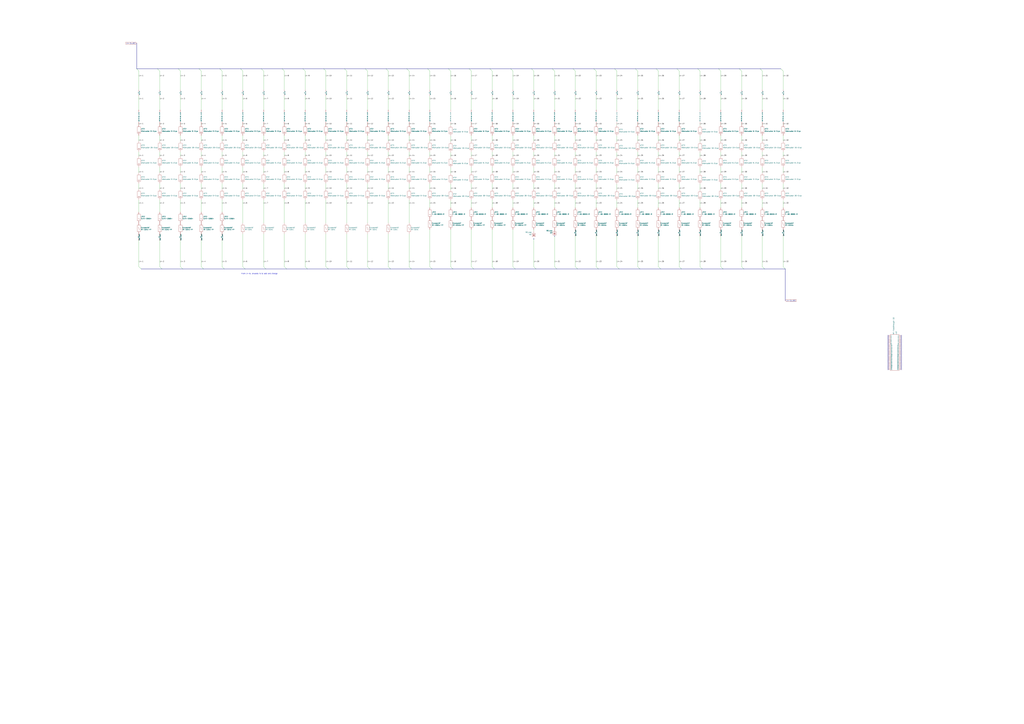
<source format=kicad_sch>
(kicad_sch (version 20230121) (generator eeschema)
  (paper "A0")
  (no_connect (at 1046.48 405.13))
  (no_connect (at 1046.48 416.56))
  (no_connect (at 1031.24 391.16))
  (no_connect (at 1046.48 411.48))
  (no_connect (at 619.76 277.495))
  (no_connect (at 1031.24 401.32))
  (no_connect (at 1031.24 402.59))
  (no_connect (at 1031.24 397.51))
  (no_connect (at 1046.48 393.7))
  (no_connect (at 1046.48 398.78))
  (no_connect (at 1031.24 417.83))
  (no_connect (at 1031.24 421.64))
  (no_connect (at 1031.24 425.45))
  (no_connect (at 1031.24 394.97))
  (no_connect (at 1046.48 415.29))
  (no_connect (at 1046.48 394.97))
  (no_connect (at 1031.24 400.05))
  (no_connect (at 1046.48 422.91))
  (no_connect (at 1031.24 426.72))
  (no_connect (at 1031.24 406.4))
  (no_connect (at 1046.48 427.99))
  (no_connect (at 1046.48 392.43))
  (no_connect (at 1031.24 408.94))
  (no_connect (at 643.89 274.32))
  (no_connect (at 1046.48 426.72))
  (no_connect (at 1031.24 416.56))
  (no_connect (at 1031.24 419.1))
  (no_connect (at 1031.24 389.89))
  (no_connect (at 1031.24 427.99))
  (no_connect (at 1046.48 403.86))
  (no_connect (at 1031.24 393.7))
  (no_connect (at 1031.24 414.02))
  (no_connect (at 1046.48 425.45))
  (no_connect (at 1046.48 424.18))
  (no_connect (at 1031.24 429.26))
  (no_connect (at 1031.24 405.13))
  (no_connect (at 1046.48 400.05))
  (no_connect (at 1046.48 396.24))
  (no_connect (at 1031.24 410.21))
  (no_connect (at 1046.48 421.64))
  (no_connect (at 1046.48 420.37))
  (no_connect (at 1031.24 392.43))
  (no_connect (at 1046.48 391.16))
  (no_connect (at 1046.48 407.67))
  (no_connect (at 1046.48 412.75))
  (no_connect (at 1046.48 389.89))
  (no_connect (at 1031.24 398.78))
  (no_connect (at 1031.24 407.67))
  (no_connect (at 1031.24 412.75))
  (no_connect (at 1031.24 403.86))
  (no_connect (at 1031.24 422.91))
  (no_connect (at 1046.48 408.94))
  (no_connect (at 1046.48 414.02))
  (no_connect (at 1046.48 397.51))
  (no_connect (at 1031.24 411.48))
  (no_connect (at 1046.48 401.32))
  (no_connect (at 1031.24 415.29))
  (no_connect (at 1046.48 419.1))
  (no_connect (at 1031.24 424.18))
  (no_connect (at 1046.48 406.4))
  (no_connect (at 1031.24 420.37))
  (no_connect (at 1031.24 396.24))
  (no_connect (at 1046.48 417.83))
  (no_connect (at 1046.48 410.21))
  (no_connect (at 1046.48 402.59))
  (no_connect (at 1046.48 429.26))
  (bus_entry (at 861.06 82.55) (size -2.54 -2.54))
  (bus_entry (at 571.5 309.88) (size 2.54 2.54))
  (bus_entry (at 209.55 82.55) (size -2.54 -2.54))
  (bus_entry (at 764.54 82.55) (size -2.54 -2.54))
  (bus_entry (at 643.89 309.88) (size 2.54 2.54))
  (bus_entry (at 836.93 309.88) (size 2.54 2.54))
  (bus_entry (at 740.41 309.88) (size 2.54 2.54))
  (bus_entry (at 161.29 82.55) (size -2.54 -2.54))
  (bus_entry (at 378.46 309.88) (size 2.54 2.54))
  (bus_entry (at 643.89 82.55) (size -2.54 -2.54))
  (bus_entry (at 547.37 82.55) (size -2.54 -2.54))
  (bus_entry (at 716.28 82.55) (size -2.54 -2.54))
  (bus_entry (at 692.15 309.88) (size 2.54 2.54))
  (bus_entry (at 595.63 82.55) (size -2.54 -2.54))
  (bus_entry (at 499.11 309.88) (size 2.54 2.54))
  (bus_entry (at 909.32 309.88) (size 2.54 2.54))
  (bus_entry (at 885.19 82.55) (size -2.54 -2.54))
  (bus_entry (at 668.02 309.88) (size 2.54 2.54))
  (bus_entry (at 306.07 309.88) (size 2.54 2.54))
  (bus_entry (at 523.24 309.88) (size 2.54 2.54))
  (bus_entry (at 426.72 82.55) (size -2.54 -2.54))
  (bus_entry (at 836.93 82.55) (size -2.54 -2.54))
  (bus_entry (at 474.98 82.55) (size -2.54 -2.54))
  (bus_entry (at 161.29 309.88) (size 2.54 2.54))
  (bus_entry (at 233.68 82.55) (size -2.54 -2.54))
  (bus_entry (at 450.85 82.55) (size -2.54 -2.54))
  (bus_entry (at 788.67 309.88) (size 2.54 2.54))
  (bus_entry (at 426.72 309.88) (size 2.54 2.54))
  (bus_entry (at 209.55 309.88) (size 2.54 2.54))
  (bus_entry (at 474.98 309.88) (size 2.54 2.54))
  (bus_entry (at 378.46 82.55) (size -2.54 -2.54))
  (bus_entry (at 909.32 82.55) (size -2.54 -2.54))
  (bus_entry (at 499.11 82.55) (size -2.54 -2.54))
  (bus_entry (at 523.24 82.55) (size -2.54 -2.54))
  (bus_entry (at 354.33 82.55) (size -2.54 -2.54))
  (bus_entry (at 716.28 309.88) (size 2.54 2.54))
  (bus_entry (at 788.67 82.55) (size -2.54 -2.54))
  (bus_entry (at 354.33 309.88) (size 2.54 2.54))
  (bus_entry (at 740.41 82.55) (size -2.54 -2.54))
  (bus_entry (at 257.81 82.55) (size -2.54 -2.54))
  (bus_entry (at 595.63 309.88) (size 2.54 2.54))
  (bus_entry (at 861.06 309.88) (size 2.54 2.54))
  (bus_entry (at 885.19 309.88) (size 2.54 2.54))
  (bus_entry (at 257.81 309.88) (size 2.54 2.54))
  (bus_entry (at 812.8 82.55) (size -2.54 -2.54))
  (bus_entry (at 402.59 82.55) (size -2.54 -2.54))
  (bus_entry (at 547.37 309.88) (size 2.54 2.54))
  (bus_entry (at 233.68 309.88) (size 2.54 2.54))
  (bus_entry (at 571.5 82.55) (size -2.54 -2.54))
  (bus_entry (at 185.42 82.55) (size -2.54 -2.54))
  (bus_entry (at 185.42 309.88) (size 2.54 2.54))
  (bus_entry (at 692.15 82.55) (size -2.54 -2.54))
  (bus_entry (at 330.2 309.88) (size 2.54 2.54))
  (bus_entry (at 281.94 309.88) (size 2.54 2.54))
  (bus_entry (at 619.76 309.88) (size 2.54 2.54))
  (bus_entry (at 281.94 82.55) (size -2.54 -2.54))
  (bus_entry (at 812.8 309.88) (size 2.54 2.54))
  (bus_entry (at 619.76 82.55) (size -2.54 -2.54))
  (bus_entry (at 764.54 309.88) (size 2.54 2.54))
  (bus_entry (at 668.02 82.55) (size -2.54 -2.54))
  (bus_entry (at 450.85 309.88) (size 2.54 2.54))
  (bus_entry (at 402.59 309.88) (size 2.54 2.54))
  (bus_entry (at 306.07 82.55) (size -2.54 -2.54))
  (bus_entry (at 330.2 82.55) (size -2.54 -2.54))
  (wire (pts (xy 523.24 144.145) (xy 523.24 145.415)))
  (wire (pts (xy 378.46 144.145) (xy 378.46 144.78)))
  (wire (pts (xy 354.33 271.78) (xy 354.33 309.88)))
  (wire (pts (xy 474.98 157.48) (xy 474.98 163.83)))
  (wire (pts (xy 233.68 194.31) (xy 233.68 200.66)))
  (wire (pts (xy 740.41 194.31) (xy 740.41 200.66)))
  (wire (pts (xy 378.46 232.41) (xy 378.46 259.08)))
  (wire (pts (xy 716.28 158.115) (xy 716.28 164.465)))
  (bus (pts (xy 477.52 312.42) (xy 501.65 312.42)))
  (wire (pts (xy 861.06 82.55) (xy 861.06 104.14)))
  (wire (pts (xy 861.06 176.53) (xy 861.06 181.61)))
  (wire (pts (xy 474.98 176.53) (xy 474.98 181.61)))
  (bus (pts (xy 356.87 312.42) (xy 381 312.42)))
  (wire (pts (xy 836.93 274.32) (xy 836.93 309.88)))
  (wire (pts (xy 474.98 144.145) (xy 474.98 144.78)))
  (wire (pts (xy 330.2 213.36) (xy 330.2 219.71)))
  (wire (pts (xy 306.07 194.31) (xy 306.07 200.66)))
  (wire (pts (xy 402.59 111.76) (xy 402.59 127.635)))
  (wire (pts (xy 764.54 157.48) (xy 764.54 163.83)))
  (wire (pts (xy 643.89 157.48) (xy 643.89 163.83)))
  (wire (pts (xy 740.41 144.145) (xy 740.41 144.78)))
  (bus (pts (xy 279.4 80.01) (xy 255.27 80.01)))
  (wire (pts (xy 571.5 266.7) (xy 571.5 309.88)))
  (wire (pts (xy 185.42 82.55) (xy 185.42 104.14)))
  (bus (pts (xy 260.35 312.42) (xy 284.48 312.42)))
  (wire (pts (xy 330.2 144.145) (xy 330.2 144.78)))
  (wire (pts (xy 330.2 271.78) (xy 330.2 309.88)))
  (wire (pts (xy 643.89 111.76) (xy 643.89 127.635)))
  (bus (pts (xy 496.57 80.01) (xy 472.44 80.01)))
  (wire (pts (xy 499.11 232.41) (xy 499.11 241.3)))
  (wire (pts (xy 643.89 274.32) (xy 643.89 309.88)))
  (wire (pts (xy 474.98 213.36) (xy 474.98 219.71)))
  (wire (pts (xy 209.55 176.53) (xy 209.55 181.61)))
  (wire (pts (xy 450.85 176.53) (xy 450.85 181.61)))
  (wire (pts (xy 619.76 176.53) (xy 619.76 181.61)))
  (wire (pts (xy 547.37 111.76) (xy 547.37 127.635)))
  (wire (pts (xy 450.85 157.48) (xy 450.85 163.83)))
  (wire (pts (xy 740.41 82.55) (xy 740.41 104.14)))
  (wire (pts (xy 909.32 233.045) (xy 909.32 241.3)))
  (wire (pts (xy 161.29 157.48) (xy 161.29 163.83)))
  (wire (pts (xy 788.67 157.48) (xy 788.67 163.83)))
  (wire (pts (xy 378.46 176.53) (xy 378.46 181.61)))
  (bus (pts (xy 641.35 80.01) (xy 617.22 80.01)))
  (wire (pts (xy 523.24 194.945) (xy 523.24 201.295)))
  (wire (pts (xy 233.68 144.145) (xy 233.68 144.78)))
  (wire (pts (xy 861.06 274.32) (xy 861.06 309.88)))
  (wire (pts (xy 209.55 232.41) (xy 209.55 246.38)))
  (wire (pts (xy 595.63 194.31) (xy 595.63 200.66)))
  (wire (pts (xy 474.98 111.76) (xy 474.98 127.635)))
  (wire (pts (xy 499.11 144.145) (xy 499.11 144.78)))
  (wire (pts (xy 619.76 232.41) (xy 619.76 241.3)))
  (wire (pts (xy 595.63 266.7) (xy 595.63 309.88)))
  (wire (pts (xy 812.8 144.145) (xy 812.8 145.415)))
  (wire (pts (xy 209.55 144.145) (xy 209.55 144.78)))
  (bus (pts (xy 424.18 80.01) (xy 400.05 80.01)))
  (bus (pts (xy 182.88 80.01) (xy 158.75 80.01)))
  (wire (pts (xy 764.54 176.53) (xy 764.54 181.61)))
  (bus (pts (xy 839.47 312.42) (xy 863.6 312.42)))
  (wire (pts (xy 692.15 111.76) (xy 692.15 127.635)))
  (wire (pts (xy 426.72 111.76) (xy 426.72 127.635)))
  (wire (pts (xy 426.72 194.31) (xy 426.72 200.66)))
  (bus (pts (xy 236.22 312.42) (xy 260.35 312.42)))
  (wire (pts (xy 185.42 279.4) (xy 185.42 309.88)))
  (wire (pts (xy 233.68 157.48) (xy 233.68 163.83)))
  (wire (pts (xy 861.06 213.36) (xy 861.06 219.71)))
  (wire (pts (xy 474.98 194.31) (xy 474.98 200.66)))
  (wire (pts (xy 450.85 82.55) (xy 450.85 104.14)))
  (wire (pts (xy 812.8 233.045) (xy 812.8 241.3)))
  (wire (pts (xy 643.89 82.55) (xy 643.89 104.14)))
  (wire (pts (xy 668.02 213.36) (xy 668.02 219.71)))
  (wire (pts (xy 619.76 111.76) (xy 619.76 127.635)))
  (wire (pts (xy 716.28 177.165) (xy 716.28 182.245)))
  (wire (pts (xy 233.68 176.53) (xy 233.68 181.61)))
  (wire (pts (xy 257.81 111.76) (xy 257.81 127.635)))
  (wire (pts (xy 595.63 232.41) (xy 595.63 241.3)))
  (wire (pts (xy 692.15 274.32) (xy 692.15 309.88)))
  (bus (pts (xy 834.39 80.01) (xy 810.26 80.01)))
  (wire (pts (xy 812.8 194.945) (xy 812.8 201.295)))
  (wire (pts (xy 402.59 176.53) (xy 402.59 181.61)))
  (wire (pts (xy 402.59 213.36) (xy 402.59 219.71)))
  (wire (pts (xy 450.85 194.31) (xy 450.85 200.66)))
  (wire (pts (xy 354.33 144.145) (xy 354.33 144.78)))
  (bus (pts (xy 887.73 312.42) (xy 911.86 312.42)))
  (wire (pts (xy 836.93 111.76) (xy 836.93 127.635)))
  (wire (pts (xy 523.24 158.115) (xy 523.24 164.465)))
  (wire (pts (xy 836.93 232.41) (xy 836.93 241.3)))
  (wire (pts (xy 426.72 144.145) (xy 426.72 144.78)))
  (wire (pts (xy 281.94 213.36) (xy 281.94 219.71)))
  (bus (pts (xy 429.26 312.42) (xy 453.39 312.42)))
  (wire (pts (xy 764.54 144.145) (xy 764.54 144.78)))
  (wire (pts (xy 861.06 232.41) (xy 861.06 241.3)))
  (wire (pts (xy 499.11 157.48) (xy 499.11 163.83)))
  (wire (pts (xy 643.89 176.53) (xy 643.89 181.61)))
  (bus (pts (xy 375.92 80.01) (xy 351.79 80.01)))
  (wire (pts (xy 281.94 144.145) (xy 281.94 144.78)))
  (wire (pts (xy 836.93 82.55) (xy 836.93 104.14)))
  (wire (pts (xy 885.19 176.53) (xy 885.19 181.61)))
  (wire (pts (xy 402.59 157.48) (xy 402.59 163.83)))
  (bus (pts (xy 858.52 80.01) (xy 834.39 80.01)))
  (wire (pts (xy 885.19 144.145) (xy 885.19 144.78)))
  (wire (pts (xy 909.32 144.145) (xy 909.32 144.78)))
  (wire (pts (xy 257.81 194.31) (xy 257.81 200.66)))
  (bus (pts (xy 737.87 80.01) (xy 713.74 80.01)))
  (wire (pts (xy 885.19 232.41) (xy 885.19 241.3)))
  (wire (pts (xy 306.07 111.76) (xy 306.07 127.635)))
  (wire (pts (xy 306.07 271.78) (xy 306.07 309.88)))
  (wire (pts (xy 547.37 82.55) (xy 547.37 104.14)))
  (wire (pts (xy 716.28 111.76) (xy 716.28 127.635)))
  (bus (pts (xy 791.21 312.42) (xy 815.34 312.42)))
  (bus (pts (xy 762 80.01) (xy 737.87 80.01)))
  (wire (pts (xy 716.28 194.945) (xy 716.28 201.295)))
  (bus (pts (xy 622.3 312.42) (xy 646.43 312.42)))
  (wire (pts (xy 836.93 144.145) (xy 836.93 144.78)))
  (bus (pts (xy 810.26 80.01) (xy 786.13 80.01)))
  (bus (pts (xy 670.56 312.42) (xy 694.69 312.42)))
  (wire (pts (xy 861.06 194.31) (xy 861.06 200.66)))
  (bus (pts (xy 544.83 80.01) (xy 520.7 80.01)))
  (wire (pts (xy 716.28 144.145) (xy 716.28 145.415)))
  (wire (pts (xy 354.33 194.31) (xy 354.33 200.66)))
  (wire (pts (xy 209.55 279.4) (xy 209.55 309.88)))
  (wire (pts (xy 306.07 157.48) (xy 306.07 163.83)))
  (wire (pts (xy 692.15 157.48) (xy 692.15 163.83)))
  (wire (pts (xy 571.5 194.31) (xy 571.5 200.66)))
  (wire (pts (xy 306.07 144.145) (xy 306.07 144.78)))
  (wire (pts (xy 547.37 194.31) (xy 547.37 200.66)))
  (wire (pts (xy 209.55 157.48) (xy 209.55 163.83)))
  (bus (pts (xy 598.17 312.42) (xy 622.3 312.42)))
  (wire (pts (xy 547.37 144.145) (xy 547.37 144.78)))
  (wire (pts (xy 668.02 144.145) (xy 668.02 144.78)))
  (wire (pts (xy 523.24 82.55) (xy 523.24 104.14)))
  (wire (pts (xy 474.98 271.78) (xy 474.98 309.88)))
  (bus (pts (xy 453.39 312.42) (xy 477.52 312.42)))
  (bus (pts (xy 617.22 80.01) (xy 593.09 80.01)))
  (wire (pts (xy 764.54 232.41) (xy 764.54 241.3)))
  (wire (pts (xy 281.94 157.48) (xy 281.94 163.83)))
  (wire (pts (xy 861.06 111.76) (xy 861.06 127.635)))
  (wire (pts (xy 909.32 157.48) (xy 909.32 163.83)))
  (wire (pts (xy 812.8 82.55) (xy 812.8 104.14)))
  (wire (pts (xy 692.15 194.31) (xy 692.15 200.66)))
  (wire (pts (xy 740.41 274.32) (xy 740.41 309.88)))
  (wire (pts (xy 354.33 176.53) (xy 354.33 181.61)))
  (wire (pts (xy 233.68 213.36) (xy 233.68 219.71)))
  (wire (pts (xy 643.89 232.41) (xy 643.89 241.3)))
  (wire (pts (xy 161.29 213.36) (xy 161.29 219.71)))
  (bus (pts (xy 187.96 312.42) (xy 212.09 312.42)))
  (wire (pts (xy 716.28 274.32) (xy 716.28 309.88)))
  (bus (pts (xy 911.86 312.42) (xy 911.86 349.25)))
  (wire (pts (xy 523.24 266.7) (xy 523.24 309.88)))
  (wire (pts (xy 909.32 194.31) (xy 909.32 200.66)))
  (wire (pts (xy 281.94 271.78) (xy 281.94 309.88)))
  (wire (pts (xy 257.81 279.4) (xy 257.81 309.88)))
  (wire (pts (xy 499.11 194.31) (xy 499.11 200.66)))
  (wire (pts (xy 378.46 271.78) (xy 378.46 309.88)))
  (wire (pts (xy 595.63 111.76) (xy 595.63 127.635)))
  (wire (pts (xy 716.28 82.55) (xy 716.28 104.14)))
  (wire (pts (xy 185.42 176.53) (xy 185.42 181.61)))
  (bus (pts (xy 549.91 312.42) (xy 574.04 312.42)))
  (bus (pts (xy 520.7 80.01) (xy 496.57 80.01)))
  (wire (pts (xy 547.37 157.48) (xy 547.37 163.83)))
  (bus (pts (xy 231.14 80.01) (xy 207.01 80.01)))
  (bus (pts (xy 568.96 80.01) (xy 544.83 80.01)))
  (wire (pts (xy 909.32 82.55) (xy 909.32 104.14)))
  (bus (pts (xy 786.13 80.01) (xy 762 80.01)))
  (wire (pts (xy 788.67 82.55) (xy 788.67 104.14)))
  (wire (pts (xy 161.29 111.76) (xy 161.29 127.635)))
  (wire (pts (xy 595.63 176.53) (xy 595.63 181.61)))
  (wire (pts (xy 378.46 111.76) (xy 378.46 127.635)))
  (bus (pts (xy 863.6 312.42) (xy 887.73 312.42)))
  (wire (pts (xy 185.42 144.145) (xy 185.42 144.78)))
  (wire (pts (xy 812.8 213.995) (xy 812.8 220.345)))
  (wire (pts (xy 185.42 157.48) (xy 185.42 163.83)))
  (wire (pts (xy 571.5 111.76) (xy 571.5 127.635)))
  (wire (pts (xy 257.81 144.145) (xy 257.81 144.78)))
  (wire (pts (xy 233.68 82.55) (xy 233.68 104.14)))
  (wire (pts (xy 499.11 82.55) (xy 499.11 104.14)))
  (wire (pts (xy 306.07 82.55) (xy 306.07 104.14)))
  (wire (pts (xy 257.81 176.53) (xy 257.81 181.61)))
  (wire (pts (xy 426.72 271.78) (xy 426.72 309.88)))
  (wire (pts (xy 378.46 213.36) (xy 378.46 219.71)))
  (wire (pts (xy 233.68 111.76) (xy 233.68 127.635)))
  (bus (pts (xy 472.44 80.01) (xy 448.31 80.01)))
  (wire (pts (xy 885.19 157.48) (xy 885.19 163.83)))
  (wire (pts (xy 402.59 232.41) (xy 402.59 259.08)))
  (wire (pts (xy 619.76 194.31) (xy 619.76 200.66)))
  (bus (pts (xy 501.65 312.42) (xy 525.78 312.42)))
  (wire (pts (xy 619.76 157.48) (xy 619.76 163.83)))
  (wire (pts (xy 161.29 176.53) (xy 161.29 181.61)))
  (wire (pts (xy 764.54 82.55) (xy 764.54 104.14)))
  (wire (pts (xy 547.37 176.53) (xy 547.37 181.61)))
  (wire (pts (xy 740.41 213.36) (xy 740.41 219.71)))
  (bus (pts (xy 284.48 312.42) (xy 308.61 312.42)))
  (wire (pts (xy 547.37 266.7) (xy 547.37 309.88)))
  (wire (pts (xy 281.94 82.55) (xy 281.94 104.14)))
  (wire (pts (xy 861.06 157.48) (xy 861.06 163.83)))
  (wire (pts (xy 330.2 232.41) (xy 330.2 259.08)))
  (wire (pts (xy 185.42 194.31) (xy 185.42 200.66)))
  (wire (pts (xy 885.19 213.36) (xy 885.19 219.71)))
  (wire (pts (xy 330.2 82.55) (xy 330.2 104.14)))
  (bus (pts (xy 448.31 80.01) (xy 424.18 80.01)))
  (wire (pts (xy 523.24 213.995) (xy 523.24 220.345)))
  (bus (pts (xy 158.75 80.01) (xy 158.75 50.165)))
  (bus (pts (xy 689.61 80.01) (xy 665.48 80.01)))
  (bus (pts (xy 593.09 80.01) (xy 568.96 80.01)))
  (bus (pts (xy 815.34 312.42) (xy 839.47 312.42)))
  (wire (pts (xy 281.94 176.53) (xy 281.94 181.61)))
  (wire (pts (xy 402.59 271.78) (xy 402.59 309.88)))
  (wire (pts (xy 450.85 232.41) (xy 450.85 259.08)))
  (wire (pts (xy 281.94 111.76) (xy 281.94 127.635)))
  (bus (pts (xy 694.69 312.42) (xy 718.82 312.42)))
  (bus (pts (xy 665.48 80.01) (xy 641.35 80.01)))
  (wire (pts (xy 499.11 176.53) (xy 499.11 181.61)))
  (wire (pts (xy 668.02 157.48) (xy 668.02 163.83)))
  (wire (pts (xy 185.42 111.76) (xy 185.42 127.635)))
  (wire (pts (xy 306.07 176.53) (xy 306.07 181.61)))
  (wire (pts (xy 885.19 194.31) (xy 885.19 200.66)))
  (wire (pts (xy 474.98 82.55) (xy 474.98 104.14)))
  (wire (pts (xy 619.76 266.7) (xy 619.76 268.605)))
  (wire (pts (xy 281.94 232.41) (xy 281.94 259.08)))
  (wire (pts (xy 885.19 111.76) (xy 885.19 127.635)))
  (wire (pts (xy 788.67 111.76) (xy 788.67 127.635)))
  (wire (pts (xy 499.11 111.76) (xy 499.11 127.635)))
  (wire (pts (xy 909.32 274.32) (xy 909.32 309.88)))
  (bus (pts (xy 718.82 312.42) (xy 742.95 312.42)))
  (wire (pts (xy 426.72 157.48) (xy 426.72 163.83)))
  (wire (pts (xy 402.59 144.145) (xy 402.59 144.78)))
  (bus (pts (xy 351.79 80.01) (xy 327.66 80.01)))
  (wire (pts (xy 668.02 194.31) (xy 668.02 200.66)))
  (wire (pts (xy 571.5 144.145) (xy 571.5 144.78)))
  (wire (pts (xy 692.15 213.36) (xy 692.15 219.71)))
  (wire (pts (xy 643.89 213.36) (xy 643.89 219.71)))
  (wire (pts (xy 378.46 157.48) (xy 378.46 163.83)))
  (wire (pts (xy 306.07 213.36) (xy 306.07 219.71)))
  (wire (pts (xy 668.02 111.76) (xy 668.02 127.635)))
  (bus (pts (xy 400.05 80.01) (xy 375.92 80.01)))
  (bus (pts (xy 212.09 312.42) (xy 236.22 312.42)))
  (wire (pts (xy 643.89 144.145) (xy 643.89 144.78)))
  (wire (pts (xy 402.59 82.55) (xy 402.59 104.14)))
  (wire (pts (xy 450.85 144.145) (xy 450.85 144.78)))
  (wire (pts (xy 788.67 144.145) (xy 788.67 144.78)))
  (wire (pts (xy 619.76 277.495) (xy 619.76 309.88)))
  (wire (pts (xy 378.46 194.31) (xy 378.46 200.66)))
  (wire (pts (xy 571.5 232.41) (xy 571.5 241.3)))
  (wire (pts (xy 595.63 82.55) (xy 595.63 104.14)))
  (bus (pts (xy 405.13 312.42) (xy 429.26 312.42)))
  (bus (pts (xy 163.83 312.42) (xy 187.96 312.42)))
  (wire (pts (xy 836.93 213.36) (xy 836.93 219.71)))
  (wire (pts (xy 595.63 213.36) (xy 595.63 219.71)))
  (wire (pts (xy 474.98 232.41) (xy 474.98 259.08)))
  (wire (pts (xy 523.24 177.165) (xy 523.24 182.245)))
  (wire (pts (xy 692.15 232.41) (xy 692.15 241.3)))
  (wire (pts (xy 740.41 111.76) (xy 740.41 127.635)))
  (bus (pts (xy 327.66 80.01) (xy 303.53 80.01)))
  (bus (pts (xy 742.95 312.42) (xy 767.08 312.42)))
  (wire (pts (xy 716.28 233.045) (xy 716.28 241.3)))
  (wire (pts (xy 812.8 111.76) (xy 812.8 127.635)))
  (wire (pts (xy 571.5 213.36) (xy 571.5 219.71)))
  (bus (pts (xy 882.65 80.01) (xy 858.52 80.01)))
  (wire (pts (xy 836.93 176.53) (xy 836.93 181.61)))
  (wire (pts (xy 788.67 194.31) (xy 788.67 200.66)))
  (bus (pts (xy 906.78 80.01) (xy 882.65 80.01)))
  (bus (pts (xy 574.04 312.42) (xy 598.17 312.42)))
  (wire (pts (xy 909.32 213.36) (xy 909.32 219.71)))
  (wire (pts (xy 450.85 213.36) (xy 450.85 219.71)))
  (wire (pts (xy 595.63 144.145) (xy 595.63 144.78)))
  (wire (pts (xy 257.81 213.36) (xy 257.81 219.71)))
  (wire (pts (xy 788.67 213.36) (xy 788.67 219.71)))
  (wire (pts (xy 668.02 82.55) (xy 668.02 104.14)))
  (wire (pts (xy 788.67 274.32) (xy 788.67 309.88)))
  (wire (pts (xy 619.76 82.55) (xy 619.76 104.14)))
  (wire (pts (xy 571.5 82.55) (xy 571.5 104.14)))
  (bus (pts (xy 713.74 80.01) (xy 689.61 80.01)))
  (wire (pts (xy 764.54 213.36) (xy 764.54 219.71)))
  (wire (pts (xy 836.93 194.31) (xy 836.93 200.66)))
  (wire (pts (xy 209.55 82.55) (xy 209.55 104.14)))
  (wire (pts (xy 740.41 176.53) (xy 740.41 181.61)))
  (wire (pts (xy 426.72 176.53) (xy 426.72 181.61)))
  (wire (pts (xy 668.02 274.32) (xy 668.02 309.88)))
  (bus (pts (xy 207.01 80.01) (xy 182.88 80.01)))
  (wire (pts (xy 909.32 111.76) (xy 909.32 127.635)))
  (bus (pts (xy 525.78 312.42) (xy 549.91 312.42)))
  (wire (pts (xy 619.76 213.36) (xy 619.76 219.71)))
  (bus (pts (xy 308.61 312.42) (xy 332.74 312.42)))
  (wire (pts (xy 354.33 111.76) (xy 354.33 127.635)))
  (wire (pts (xy 402.59 194.31) (xy 402.59 200.66)))
  (bus (pts (xy 381 312.42) (xy 405.13 312.42)))
  (wire (pts (xy 233.68 232.41) (xy 233.68 246.38)))
  (wire (pts (xy 547.37 213.36) (xy 547.37 219.71)))
  (wire (pts (xy 909.32 176.53) (xy 909.32 181.61)))
  (wire (pts (xy 764.54 111.76) (xy 764.54 127.635)))
  (wire (pts (xy 330.2 176.53) (xy 330.2 181.61)))
  (wire (pts (xy 861.06 144.145) (xy 861.06 144.78)))
  (wire (pts (xy 812.8 274.32) (xy 812.8 309.88)))
  (wire (pts (xy 812.8 158.115) (xy 812.8 164.465)))
  (wire (pts (xy 161.29 194.31) (xy 161.29 200.66)))
  (wire (pts (xy 426.72 232.41) (xy 426.72 259.08)))
  (wire (pts (xy 354.33 157.48) (xy 354.33 163.83)))
  (wire (pts (xy 426.72 213.36) (xy 426.72 219.71)))
  (wire (pts (xy 257.81 82.55) (xy 257.81 104.14)))
  (wire (pts (xy 692.15 144.145) (xy 692.15 144.78)))
  (wire (pts (xy 547.37 232.41) (xy 547.37 241.3)))
  (wire (pts (xy 523.24 111.76) (xy 523.24 127.635)))
  (wire (pts (xy 257.81 157.48) (xy 257.81 163.83)))
  (wire (pts (xy 209.55 194.31) (xy 209.55 200.66)))
  (wire (pts (xy 209.55 213.36) (xy 209.55 219.71)))
  (wire (pts (xy 330.2 157.48) (xy 330.2 163.83)))
  (wire (pts (xy 788.67 176.53) (xy 788.67 181.61)))
  (wire (pts (xy 523.24 233.045) (xy 523.24 241.3)))
  (wire (pts (xy 812.8 177.165) (xy 812.8 182.245)))
  (wire (pts (xy 185.42 213.36) (xy 185.42 219.71)))
  (wire (pts (xy 306.07 232.41) (xy 306.07 259.08)))
  (wire (pts (xy 692.15 82.55) (xy 692.15 104.14)))
  (wire (pts (xy 740.41 232.41) (xy 740.41 241.3)))
  (wire (pts (xy 499.11 213.36) (xy 499.11 219.71)))
  (wire (pts (xy 764.54 274.32) (xy 764.54 309.88)))
  (wire (pts (xy 692.15 176.53) (xy 692.15 181.61)))
  (wire (pts (xy 499.11 266.7) (xy 499.11 309.88)))
  (bus (pts (xy 255.27 80.01) (xy 231.14 80.01)))
  (wire (pts (xy 571.5 157.48) (xy 571.5 163.83)))
  (wire (pts (xy 233.68 279.4) (xy 233.68 309.88)))
  (bus (pts (xy 767.08 312.42) (xy 791.21 312.42)))
  (wire (pts (xy 764.54 194.31) (xy 764.54 200.66)))
  (wire (pts (xy 619.76 144.145) (xy 619.76 144.78)))
  (wire (pts (xy 450.85 271.78) (xy 450.85 309.88)))
  (wire (pts (xy 161.29 279.4) (xy 161.29 309.88)))
  (wire (pts (xy 161.29 232.41) (xy 161.29 246.38)))
  (bus (pts (xy 303.53 80.01) (xy 279.4 80.01)))
  (wire (pts (xy 330.2 111.76) (xy 330.2 127.635)))
  (wire (pts (xy 836.93 157.48) (xy 836.93 163.83)))
  (bus (pts (xy 332.74 312.42) (xy 356.87 312.42)))
  (wire (pts (xy 595.63 157.48) (xy 595.63 163.83)))
  (wire (pts (xy 257.81 232.41) (xy 257.81 246.38)))
  (wire (pts (xy 185.42 232.41) (xy 185.42 246.38)))
  (wire (pts (xy 788.67 232.41) (xy 788.67 241.3)))
  (wire (pts (xy 281.94 194.31) (xy 281.94 200.66)))
  (wire (pts (xy 161.29 82.55) (xy 161.29 104.14)))
  (wire (pts (xy 571.5 176.53) (xy 571.5 181.61)))
  (wire (pts (xy 354.33 232.41) (xy 354.33 259.08)))
  (wire (pts (xy 668.02 176.53) (xy 668.02 181.61)))
  (wire (pts (xy 885.19 82.55) (xy 885.19 104.14)))
  (wire (pts (xy 716.28 213.995) (xy 716.28 220.345)))
  (bus (pts (xy 646.43 312.42) (xy 670.56 312.42)))
  (wire (pts (xy 740.41 157.48) (xy 740.41 163.83)))
  (wire (pts (xy 643.89 194.31) (xy 643.89 200.66)))
  (wire (pts (xy 885.19 274.32) (xy 885.19 309.88)))
  (wire (pts (xy 426.72 82.55) (xy 426.72 104.14)))
  (wire (pts (xy 450.85 111.76) (xy 450.85 127.635)))
  (wire (pts (xy 209.55 111.76) (xy 209.55 127.635)))
  (wire (pts (xy 354.33 213.36) (xy 354.33 219.71)))
  (wire (pts (xy 378.46 82.55) (xy 378.46 104.14)))
  (wire (pts (xy 330.2 194.31) (xy 330.2 200.66)))
  (wire (pts (xy 668.02 232.41) (xy 668.02 241.3)))
  (wire (pts (xy 354.33 82.55) (xy 354.33 104.14)))
  (wire (pts (xy 161.29 144.145) (xy 161.29 144.78)))
  (text "From L4-6, onwards is to add and change\n" (at 280.035 318.77 0) (effects (font (size 1.27 1.27)) (justify left bottom)))
  (label "L4-10" (at 378.46 236.855 0))
  (label "L4-30" (at 861.06 144.78 0))
  (label "L4-25" (at 740.41 200.66 0))
  (label "L4-32" (at 909.32 236.855 0))
  (label "L4-25" (at 740.41 88.9 0))
  (label "L4-17" (at 547.37 181.61 0))
  (label "L4-4" (at 233.68 115.57 0))
  (label "L4-4" (at 233.68 219.71 0))
  (label "L4-6" (at 281.94 200.66 0))
  (label "L4-6" (at 281.94 144.78 0))
  (label "L4-24" (at 716.28 219.71 0))
  (label "L4-24" (at 716.28 115.57 0))
  (label "L4-12" (at 426.72 219.71 0))
  (label "L4-24" (at 716.28 88.9 0))
  (label "L4-5" (at 257.81 163.83 0))
  (label "L4-23" (at 692.15 219.71 0))
  (label "L4-16" (at 523.24 236.855 0))
  (label "L4-25" (at 740.41 144.78 0))
  (label "L4-23" (at 692.15 144.78 0))
  (label "L4-6" (at 281.94 115.57 0))
  (label "L4-2" (at 185.42 236.855 0))
  (label "L4-2" (at 185.42 163.83 0))
  (label "L4-3" (at 209.55 88.9 0))
  (label "L4-15" (at 499.11 88.9 0))
  (label "L4-17" (at 547.37 144.78 0))
  (label "L4-20" (at 619.76 304.8 0))
  (label "L4-6" (at 281.94 88.9 0))
  (label "L4-7" (at 306.07 163.83 0))
  (label "L4-8" (at 330.2 304.8 0))
  (label "L4-17" (at 547.37 163.83 0))
  (label "L4-25" (at 740.41 219.71 0))
  (label "L4-18" (at 571.5 236.855 0))
  (label "L4-11" (at 402.59 88.9 0))
  (label "L4-3" (at 209.55 219.71 0))
  (label "L4-13" (at 450.85 200.66 0))
  (label "L4-29" (at 836.93 115.57 0))
  (label "L4-11" (at 402.59 144.78 0))
  (label "L4-12" (at 426.72 88.9 0))
  (label "L4-12" (at 426.72 115.57 0))
  (label "L4-5" (at 257.81 219.71 0))
  (label "L4-8" (at 330.2 200.66 0))
  (label "L4-10" (at 378.46 200.66 0))
  (label "L4-2" (at 185.42 200.66 0))
  (label "L4-18" (at 571.5 219.71 0))
  (label "L4-22" (at 668.02 304.8 0))
  (label "L4-12" (at 426.72 236.855 0))
  (label "L4-16" (at 523.24 115.57 0))
  (label "L4-32" (at 909.32 219.71 0))
  (label "L4-21" (at 643.89 88.9 0))
  (label "L4-20" (at 619.76 88.9 0))
  (label "L4-9" (at 354.33 88.9 0))
  (label "L4-4" (at 233.68 88.9 0))
  (label "L4-27" (at 788.67 304.8 0))
  (label "L4-10" (at 378.46 88.9 0))
  (label "L4-22" (at 668.02 219.71 0))
  (label "L4-9" (at 354.33 219.71 0))
  (label "L4-11" (at 402.59 181.61 0))
  (label "L4-11" (at 402.59 236.855 0))
  (label "L4-4" (at 233.68 236.855 0))
  (label "L4-7" (at 306.07 181.61 0))
  (label "L4-30" (at 861.06 163.83 0))
  (label "L4-1" (at 161.29 304.8 0))
  (label "L4-26" (at 764.54 163.83 0))
  (label "L4-9" (at 354.33 163.83 0))
  (label "L4-18" (at 571.5 304.8 0))
  (label "L4-27" (at 788.67 219.71 0))
  (label "L4-2" (at 185.42 115.57 0))
  (label "L4-15" (at 499.11 115.57 0))
  (label "L4-15" (at 499.11 144.78 0))
  (label "L4-10" (at 378.46 163.83 0))
  (label "L4-30" (at 861.06 304.8 0))
  (label "L4-17" (at 547.37 219.71 0))
  (label "L4-20" (at 619.76 144.78 0))
  (label "L4-8" (at 330.2 163.83 0))
  (label "L4-24" (at 716.28 304.8 0))
  (label "L4-21" (at 643.89 304.8 0))
  (label "L4-10" (at 378.46 115.57 0))
  (label "L4-17" (at 547.37 115.57 0))
  (label "L4-22" (at 668.02 181.61 0))
  (label "L4-21" (at 643.89 144.78 0))
  (label "L4-2" (at 185.42 88.9 0))
  (label "L4-23" (at 692.15 304.8 0))
  (label "L4-17" (at 547.37 88.9 0))
  (label "L4-15" (at 499.11 236.855 0))
  (label "L4-26" (at 764.54 219.71 0))
  (label "L4-11" (at 402.59 200.66 0))
  (label "L4-12" (at 426.72 163.83 0))
  (label "L4-15" (at 499.11 219.71 0))
  (label "L4-11" (at 402.59 163.83 0))
  (label "L4-4" (at 233.68 181.61 0))
  (label "L4-13" (at 450.85 236.855 0))
  (label "L4-30" (at 861.06 219.71 0))
  (label "L4-27" (at 788.67 144.78 0))
  (label "L4-3" (at 209.55 304.8 0))
  (label "L4-12" (at 426.72 304.8 0))
  (label "L4-7" (at 306.07 115.57 0))
  (label "L4-5" (at 257.81 181.61 0))
  (label "L4-9" (at 354.33 144.78 0))
  (label "L4-31" (at 885.19 200.66 0))
  (label "L4-2" (at 185.42 219.71 0))
  (label "L4-28" (at 812.8 115.57 0))
  (label "L4-14" (at 474.98 304.8 0))
  (label "L4-5" (at 257.81 115.57 0))
  (label "L4-24" (at 716.28 181.61 0))
  (label "L4-9" (at 354.33 200.66 0))
  (label "L4-3" (at 209.55 144.78 0))
  (label "L4-14" (at 474.98 163.83 0))
  (label "L4-28" (at 812.8 181.61 0))
  (label "L4-15" (at 499.11 163.83 0))
  (label "L4-20" (at 619.76 115.57 0))
  (label "L4-19" (at 595.63 144.78 0))
  (label "L4-1" (at 161.29 88.9 0))
  (label "L4-16" (at 523.24 181.61 0))
  (label "L4-12" (at 426.72 144.78 0))
  (label "L4-30" (at 861.06 236.855 0))
  (label "L4-31" (at 885.19 88.9 0))
  (label "L4-28" (at 812.8 200.66 0))
  (label "L4-9" (at 354.33 304.8 0))
  (label "L4-27" (at 788.67 181.61 0))
  (label "L4-17" (at 547.37 200.66 0))
  (label "L4-15" (at 499.11 304.8 0))
  (label "L4-32" (at 909.32 163.83 0))
  (label "L4-7" (at 306.07 304.8 0))
  (label "L4-27" (at 788.67 200.66 0))
  (label "L4-29" (at 836.93 236.855 0))
  (label "L4-24" (at 716.28 236.855 0))
  (label "L4-29" (at 836.93 304.8 0))
  (label "L4-8" (at 330.2 144.78 0))
  (label "L4-13" (at 450.85 163.83 0))
  (label "L4-22" (at 668.02 115.57 0))
  (label "L4-3" (at 209.55 115.57 0))
  (label "L4-31" (at 885.19 163.83 0))
  (label "L4-31" (at 885.19 219.71 0))
  (label "L4-15" (at 499.11 181.61 0))
  (label "L4-19" (at 595.63 236.855 0))
  (label "L4-29" (at 836.93 181.61 0))
  (label "L4-3" (at 209.55 236.855 0))
  (label "L4-3" (at 209.55 163.83 0))
  (label "L4-1" (at 161.29 181.61 0))
  (label "L4-16" (at 523.24 144.78 0))
  (label "L4-1" (at 161.29 163.83 0))
  (label "L4-23" (at 692.15 236.855 0))
  (label "L4-7" (at 306.07 88.9 0))
  (label "L4-16" (at 523.24 219.71 0))
  (label "L4-23" (at 692.15 88.9 0))
  (label "L4-10" (at 378.46 304.8 0))
  (label "L4-19" (at 595.63 304.8 0))
  (label "L4-2" (at 185.42 304.8 0))
  (label "L4-14" (at 474.98 88.9 0))
  (label "L4-11" (at 402.59 304.8 0))
  (label "L4-8" (at 330.2 88.9 0))
  (label "L4-23" (at 692.15 181.61 0))
  (label "L4-2" (at 185.42 181.61 0))
  (label "L4-5" (at 257.81 144.78 0))
  (label "L4-21" (at 643.89 236.855 0))
  (label "L4-18" (at 571.5 200.66 0))
  (label "L4-13" (at 450.85 88.9 0))
  (label "L4-19" (at 595.63 219.71 0))
  (label "L4-20" (at 619.76 219.71 0))
  (label "L4-28" (at 812.8 236.855 0))
  (label "L4-13" (at 450.85 219.71 0))
  (label "L4-5" (at 257.81 236.855 0))
  (label "L4-17" (at 547.37 236.855 0))
  (label "L4-31" (at 885.19 181.61 0))
  (label "L4-4" (at 233.68 304.8 0))
  (label "L4-28" (at 812.8 88.9 0))
  (label "L4-32" (at 909.32 181.61 0))
  (label "L4-27" (at 788.67 163.83 0))
  (label "L4-26" (at 764.54 115.57 0))
  (label "L4-19" (at 595.63 163.83 0))
  (label "L4-21" (at 643.89 163.83 0))
  (label "L4-28" (at 812.8 304.8 0))
  (label "L4-23" (at 692.15 200.66 0))
  (label "L4-20" (at 619.76 200.66 0))
  (label "L4-17" (at 547.37 304.8 0))
  (label "L4-6" (at 281.94 304.8 0))
  (label "L4-31" (at 885.19 144.78 0))
  (label "L4-32" (at 909.32 200.66 0))
  (label "L4-19" (at 595.63 200.66 0))
  (label "L4-18" (at 571.5 163.83 0))
  (label "L4-4" (at 233.68 200.66 0))
  (label "L4-23" (at 692.15 115.57 0))
  (label "L4-4" (at 233.68 163.83 0))
  (label "L4-29" (at 836.93 163.83 0))
  (label "L4-11" (at 402.59 219.71 0))
  (label "L4-12" (at 426.72 200.66 0))
  (label "L4-26" (at 764.54 181.61 0))
  (label "L4-15" (at 499.11 200.66 0))
  (label "L4-1" (at 161.29 236.855 0))
  (label "L4-13" (at 450.85 115.57 0))
  (label "L4-6" (at 281.94 181.61 0))
  (label "L4-32" (at 909.32 144.78 0))
  (label "L4-6" (at 281.94 163.83 0))
  (label "L4-18" (at 571.5 115.57 0))
  (label "L4-21" (at 643.89 219.71 0))
  (label "L4-20" (at 619.76 163.83 0))
  (label "L4-30" (at 861.06 181.61 0))
  (label "L4-10" (at 378.46 181.61 0))
  (label "L4-7" (at 306.07 219.71 0))
  (label "L4-5" (at 257.81 304.8 0))
  (label "L4-28" (at 812.8 163.83 0))
  (label "L4-25" (at 740.41 304.8 0))
  (label "L4-18" (at 571.5 181.61 0))
  (label "L4-19" (at 595.63 88.9 0))
  (label "L4-26" (at 764.54 236.855 0))
  (label "L4-26" (at 764.54 200.66 0))
  (label "L4-24" (at 716.28 200.66 0))
  (label "L4-19" (at 595.63 181.61 0))
  (label "L4-14" (at 474.98 219.71 0))
  (label "L4-29" (at 836.93 200.66 0))
  (label "L4-21" (at 643.89 115.57 0))
  (label "L4-26" (at 764.54 144.78 0))
  (label "L4-26" (at 764.54 88.9 0))
  (label "L4-29" (at 836.93 88.9 0))
  (label "L4-14" (at 474.98 181.61 0))
  (label "L4-9" (at 354.33 236.855 0))
  (label "L4-24" (at 716.28 163.83 0))
  (label "L4-22" (at 668.02 88.9 0))
  (label "L4-31" (at 885.19 304.8 0))
  (label "L4-31" (at 885.19 115.57 0))
  (label "L4-13" (at 450.85 181.61 0))
  (label "L4-23" (at 692.15 163.83 0))
  (label "L4-18" (at 571.5 144.78 0))
  (label "L4-19" (at 595.63 115.57 0))
  (label "L4-10" (at 378.46 144.78 0))
  (label "L4-30" (at 861.06 200.66 0))
  (label "L4-14" (at 474.98 144.78 0))
  (label "L4-25" (at 740.41 163.83 0))
  (label "L4-14" (at 474.98 115.57 0))
  (label "L4-32" (at 909.32 304.8 0))
  (label "L4-22" (at 668.02 144.78 0))
  (label "L4-8" (at 330.2 115.57 0))
  (label "L4-22" (at 668.02 236.855 0))
  (label "L4-9" (at 354.33 115.57 0))
  (label "L4-13" (at 450.85 144.78 0))
  (label "L4-7" (at 306.07 144.78 0))
  (label "L4-24" (at 716.28 144.78 0))
  (label "L4-13" (at 450.85 304.8 0))
  (label "L4-25" (at 740.41 236.855 0))
  (label "L4-7" (at 306.07 236.855 0))
  (label "L4-30" (at 861.06 115.57 0))
  (label "L4-1" (at 161.29 219.71 0))
  (label "L4-27" (at 788.67 115.57 0))
  (label "L4-31" (at 885.19 236.855 0))
  (label "L4-14" (at 474.98 200.66 0))
  (label "L4-32" (at 909.32 88.9 0))
  (label "L4-18" (at 571.5 88.9 0))
  (label "L4-14" (at 474.98 236.855 0))
  (label "L4-6" (at 281.94 219.71 0))
  (label "L4-8" (at 330.2 219.71 0))
  (label "L4-1" (at 161.29 144.78 0))
  (label "L4-16" (at 523.24 200.66 0))
  (label "L4-26" (at 764.54 304.8 0))
  (label "L4-21" (at 643.89 200.66 0))
  (label "L4-27" (at 788.67 88.9 0))
  (label "L4-5" (at 257.81 88.9 0))
  (label "L4-1" (at 161.29 200.66 0))
  (label "L4-10" (at 378.46 219.71 0))
  (label "L4-25" (at 740.41 115.57 0))
  (label "L4-27" (at 788.67 236.855 0))
  (label "L4-8" (at 330.2 181.61 0))
  (label "L4-3" (at 209.55 200.66 0))
  (label "L4-30" (at 861.06 88.9 0))
  (label "L4-22" (at 668.02 200.66 0))
  (label "L4-3" (at 209.55 181.61 0))
  (label "L4-12" (at 426.72 181.61 0))
  (label "L4-20" (at 619.76 236.855 0))
  (label "L4-2" (at 185.42 144.78 0))
  (label "L4-11" (at 402.59 115.57 0))
  (label "L4-9" (at 354.33 181.61 0))
  (label "L4-16" (at 523.24 88.9 0))
  (label "L4-5" (at 257.81 200.66 0))
  (label "L4-22" (at 668.02 163.83 0))
  (label "L4-25" (at 740.41 181.61 0))
  (label "L4-16" (at 523.24 163.83 0))
  (label "L4-4" (at 233.68 144.78 0))
  (label "L4-32" (at 909.32 115.57 0))
  (label "L4-1" (at 161.29 115.57 0))
  (label "L4-28" (at 812.8 219.71 0))
  (label "L4-6" (at 281.94 236.855 0))
  (label "L4-20" (at 619.76 181.61 0))
  (label "L4-29" (at 836.93 219.71 0))
  (label "L4-7" (at 306.07 200.66 0))
  (label "L4-28" (at 812.8 144.78 0))
  (label "L4-21" (at 643.89 181.61 0))
  (label "L4-8" (at 330.2 236.855 0))
  (label "L4-29" (at 836.93 144.78 0))
  (label "L4-16" (at 523.24 304.8 0))
  (global_label "L4-[1..32]" (shape input) (at 911.86 349.25 0) (property "Intersheetrefs" "${INTERSHEET_REFS}" (effects hide)))
  (global_label "L4-[1..32]" (shape input) (at 158.75 50.165 180) (property "Intersheetrefs" "${INTERSHEET_REFS}" (effects hide)))
  (symbol (lib_id "Quantum Computing:IR-10GHz") (at 909.32 260.35 0) (unit 1) (on_board no)
    (property "Reference" "Eccosorb?" (at 911.606 259.334 0) (effects (justify left)))
    (property "Value" "IR-10GHz" (at 911.606 261.62 0) (effects (justify left)))
  )
  (symbol (lib_id "Quantum Computing:NbTi-RF-line") (at 595.63 135.89 90) (unit 1)
    (property "Reference" "LX-X?" (at 595.63 132.08 0) (effects (font (size 0.64 0.64))))
    (property "Value" "NbTi-RF-line" (at 595.63 137.795 0) (effects (font (size 0.64 0.64))))
  )
  (symbol (lib_id "Quantum Computing:Attenuator 30-Cryo") (at 595.63 226.06 0) (unit 1) (on_board no)
    (property "Reference" "ATT?" (at 598.17 224.79 0) (effects (justify left)))
    (property "Value" "Attenuator 30-Cryo" (at 598.17 227.33 0) (effects (justify left)))
  )
  (symbol (lib_id "Quantum Computing:VLFX-1050+") (at 161.29 252.73 0) (unit 1) (on_board no)
    (property "Reference" "LPF?" (at 163.576 251.714 0) (effects (justify left)))
    (property "Value" "VLFX-1050+" (at 163.576 254 0) (effects (justify left)))
  )
  (symbol (lib_id "Quantum Computing:Attenuator 6-Cryo") (at 668.02 151.13 0) (unit 1) (on_board no)
    (property "Reference" "ATT?" (at 670.56 149.86 0) (effects (justify left)))
    (property "Value" "Attenuator 6-Cryo" (at 670.56 152.4 0) (effects (justify left)))
  )
  (symbol (lib_id "Quantum Computing:Attenuator 20-Cryo") (at 306.07 170.18 0) (unit 1) (on_board no)
    (property "Reference" "ATT?" (at 308.61 168.91 0) (effects (justify left)))
    (property "Value" "Attenuator 20-Cryo" (at 308.61 171.45 0) (effects (justify left)))
  )
  (symbol (lib_id "Quantum Computing:Attenuator 0-Cryo") (at 354.33 187.96 0) (unit 1) (on_board no)
    (property "Reference" "ATT?" (at 356.87 186.69 0) (effects (justify left)))
    (property "Value" "Attenuator 0-Cryo" (at 356.87 189.23 0) (effects (justify left)))
  )
  (symbol (lib_id "Quantum Computing:COAX-6FT") (at 378.46 107.95 90) (unit 1)
    (property "Reference" "L:?" (at 377.825 107.95 0) (effects (font (size 0.64 0.64))))
    (property "Value" "COAX-6FT" (at 379.095 107.95 0) (effects (font (size 0.64 0.64))))
  )
  (symbol (lib_id "Quantum Computing:Attenuator 0-Cryo") (at 402.59 151.13 0) (unit 1) (on_board no)
    (property "Reference" "ATT?" (at 405.13 149.86 0) (effects (justify left)))
    (property "Value" "Attenuator 0-Cryo" (at 405.13 152.4 0) (effects (justify left)))
  )
  (symbol (lib_id "Quantum Computing:Attenuator 10-Cryo") (at 643.89 170.18 0) (unit 1) (on_board no)
    (property "Reference" "ATT?" (at 646.43 168.91 0) (effects (justify left)))
    (property "Value" "Attenuator 10-Cryo" (at 646.43 171.45 0) (effects (justify left)))
  )
  (symbol (lib_id "Quantum Computing:Attenuator 0-Cryo") (at 161.29 187.96 0) (unit 1) (on_board no)
    (property "Reference" "ATT?" (at 163.83 186.69 0) (effects (justify left)))
    (property "Value" "Attenuator 0-Cryo" (at 163.83 189.23 0) (effects (justify left)))
  )
  (symbol (lib_id "Quantum Computing:IR-1GHz-FF") (at 185.42 265.43 0) (unit 1) (on_board no)
    (property "Reference" "Eccosorb?" (at 187.706 264.414 0) (effects (justify left)))
    (property "Value" "IR-1GHz-FF" (at 187.706 266.7 0) (effects (justify left)))
  )
  (symbol (lib_id "Quantum Computing:Attenuator 3-Cryo") (at 812.8 207.645 0) (unit 1) (on_board no)
    (property "Reference" "ATT?" (at 815.34 206.375 0) (effects (justify left)))
    (property "Value" "Attenuator 3-Cryo" (at 815.34 208.915 0) (effects (justify left)))
  )
  (symbol (lib_id "Quantum Computing:Attenuator 30-Cryo") (at 812.8 226.695 0) (unit 1) (on_board no)
    (property "Reference" "ATT?" (at 815.34 225.425 0) (effects (justify left)))
    (property "Value" "Attenuator 30-Cryo" (at 815.34 227.965 0) (effects (justify left)))
  )
  (symbol (lib_id "Quantum Computing:Attenuator 10-Cryo") (at 788.67 170.18 0) (unit 1) (on_board no)
    (property "Reference" "ATT?" (at 791.21 168.91 0) (effects (justify left)))
    (property "Value" "Attenuator 10-Cryo" (at 791.21 171.45 0) (effects (justify left)))
  )
  (symbol (lib_id "Quantum Computing:Attenuator 0-Cryo") (at 185.42 226.06 0) (unit 1) (on_board no)
    (property "Reference" "ATT?" (at 187.96 224.79 0) (effects (justify left)))
    (property "Value" "Attenuator 0-Cryo" (at 187.96 227.33 0) (effects (justify left)))
  )
  (symbol (lib_id "Quantum Computing:NbTi-RF-line") (at 547.37 135.89 90) (unit 1)
    (property "Reference" "LX-X?" (at 547.37 132.08 0) (effects (font (size 0.64 0.64))))
    (property "Value" "NbTi-RF-line" (at 547.37 137.795 0) (effects (font (size 0.64 0.64))))
  )
  (symbol (lib_id "Quantum Computing:NbTi-RF-line") (at 523.24 135.89 90) (unit 1)
    (property "Reference" "LX-X?" (at 523.24 132.08 0) (effects (font (size 0.64 0.64))))
    (property "Value" "NbTi-RF-line" (at 523.24 137.795 0) (effects (font (size 0.64 0.64))))
  )
  (symbol (lib_id "Quantum Computing:Attenuator 20-Cryo") (at 474.98 170.18 0) (unit 1) (on_board no)
    (property "Reference" "ATT?" (at 477.52 168.91 0) (effects (justify left)))
    (property "Value" "Attenuator 20-Cryo" (at 477.52 171.45 0) (effects (justify left)))
  )
  (symbol (lib_id "Quantum Computing:Attenuator 20-Cryo") (at 185.42 170.18 0) (unit 1) (on_board no)
    (property "Reference" "ATT?" (at 187.96 168.91 0) (effects (justify left)))
    (property "Value" "Attenuator 20-Cryo" (at 187.96 171.45 0) (effects (justify left)))
  )
  (symbol (lib_id "Quantum Computing:IR-10GHz-FF") (at 547.37 260.35 0) (unit 1) (on_board no)
    (property "Reference" "Eccosorb?" (at 549.656 259.334 0) (effects (justify left)))
    (property "Value" "IR-10GHz-FF" (at 549.656 261.62 0) (effects (justify left)))
  )
  (symbol (lib_id "Quantum Computing:Attenuator 0-Cryo") (at 257.81 187.96 0) (unit 1) (on_board no)
    (property "Reference" "ATT?" (at 260.35 186.69 0) (effects (justify left)))
    (property "Value" "Attenuator 0-Cryo" (at 260.35 189.23 0) (effects (justify left)))
  )
  (symbol (lib_id "Quantum Computing:Attenuator 10-Cryo") (at 595.63 170.18 0) (unit 1) (on_board no)
    (property "Reference" "ATT?" (at 598.17 168.91 0) (effects (justify left)))
    (property "Value" "Attenuator 10-Cryo" (at 598.17 171.45 0) (effects (justify left)))
  )
  (symbol (lib_id "Quantum Computing:Attenuator 6-Cryo") (at 692.15 151.13 0) (unit 1) (on_board no)
    (property "Reference" "ATT?" (at 694.69 149.86 0) (effects (justify left)))
    (property "Value" "Attenuator 6-Cryo" (at 694.69 152.4 0) (effects (justify left)))
  )
  (symbol (lib_id "Quantum Computing:Attenuator 0-Cryo") (at 426.72 226.06 0) (unit 1) (on_board no)
    (property "Reference" "ATT?" (at 429.26 224.79 0) (effects (justify left)))
    (property "Value" "Attenuator 0-Cryo" (at 429.26 227.33 0) (effects (justify left)))
  )
  (symbol (lib_id "Quantum Computing:COAX-6FT") (at 740.41 107.95 90) (unit 1)
    (property "Reference" "L:?" (at 739.775 107.95 0) (effects (font (size 0.64 0.64))))
    (property "Value" "COAX-6FT" (at 741.045 107.95 0) (effects (font (size 0.64 0.64))))
  )
  (symbol (lib_id "Quantum Computing:Attenuator 0-Cryo") (at 257.81 226.06 0) (unit 1) (on_board no)
    (property "Reference" "ATT?" (at 260.35 224.79 0) (effects (justify left)))
    (property "Value" "Attenuator 0-Cryo" (at 260.35 227.33 0) (effects (justify left)))
  )
  (symbol (lib_id "Quantum Computing:F-30-8000-R") (at 909.32 247.65 0) (unit 1) (on_board no)
    (property "Reference" "LPF?" (at 911.606 246.634 0) (effects (justify left)))
    (property "Value" "F-30-8000-R" (at 911.606 248.92 0) (effects (justify left)))
  )
  (symbol (lib_id "Quantum Computing:Attenuator 0-Cryo") (at 209.55 151.13 0) (unit 1) (on_board no)
    (property "Reference" "ATT?" (at 212.09 149.86 0) (effects (justify left)))
    (property "Value" "Attenuator 0-Cryo" (at 212.09 152.4 0) (effects (justify left)))
  )
  (symbol (lib_id "Quantum Computing:Attenuator 0-Cryo") (at 209.55 187.96 0) (unit 1) (on_board no)
    (property "Reference" "ATT?" (at 212.09 186.69 0) (effects (justify left)))
    (property "Value" "Attenuator 0-Cryo" (at 212.09 189.23 0) (effects (justify left)))
  )
  (symbol (lib_id "Quantum Computing:COAX-6FT") (at 161.29 107.95 90) (unit 1)
    (property "Reference" "L:?" (at 160.655 107.95 0) (effects (font (size 0.64 0.64))))
    (property "Value" "COAX-6FT" (at 161.925 107.95 0) (effects (font (size 0.64 0.64))))
  )
  (symbol (lib_id "Quantum Computing:NbTi-RF-line") (at 306.07 135.89 90) (unit 1)
    (property "Reference" "LX-X?" (at 306.07 132.08 0) (effects (font (size 0.64 0.64))))
    (property "Value" "NbTi-RF-line" (at 306.07 137.795 0) (effects (font (size 0.64 0.64))))
  )
  (symbol (lib_id "Quantum Computing:Attenuator 0-Cryo") (at 161.29 207.01 0) (unit 1) (on_board no)
    (property "Reference" "ATT?" (at 163.83 205.74 0) (effects (justify left)))
    (property "Value" "Attenuator 0-Cryo" (at 163.83 208.28 0) (effects (justify left)))
  )
  (symbol (lib_id "Quantum Computing:F-30-8000-R") (at 643.89 247.65 0) (unit 1) (on_board no)
    (property "Reference" "LPF?" (at 646.176 246.634 0) (effects (justify left)))
    (property "Value" "F-30-8000-R" (at 646.176 248.92 0) (effects (justify left)))
  )
  (symbol (lib_id "Quantum Computing:VLFX-1050+") (at 233.68 252.73 0) (unit 1) (on_board no)
    (property "Reference" "LPF?" (at 235.966 251.714 0) (effects (justify left)))
    (property "Value" "VLFX-1050+" (at 235.966 254 0) (effects (justify left)))
  )
  (symbol (lib_id "Quantum Computing:IR-1GHz") (at 306.07 265.43 0) (unit 1) (on_board no)
    (property "Reference" "Eccosorb?" (at 308.356 264.414 0) (effects (justify left)))
    (property "Value" "IR-1GHz" (at 308.356 266.7 0) (effects (justify left)))
  )
  (symbol (lib_id "Quantum Computing:COAX-6FT") (at 281.94 107.95 90) (unit 1)
    (property "Reference" "L:?" (at 281.305 107.95 0) (effects (font (size 0.64 0.64))))
    (property "Value" "COAX-6FT" (at 282.575 107.95 0) (effects (font (size 0.64 0.64))))
  )
  (symbol (lib_id "Quantum Computing:NbTi-RF-line") (at 281.94 135.89 90) (unit 1)
    (property "Reference" "LX-X?" (at 281.94 132.08 0) (effects (font (size 0.64 0.64))))
    (property "Value" "NbTi-RF-line" (at 281.94 137.795 0) (effects (font (size 0.64 0.64))))
  )
  (symbol (lib_id "Quantum Computing:SMA-SMP") (at 909.32 270.51 90) (unit 1)
    (property "Reference" "L:?" (at 908.685 270.51 0) (effects (font (size 0.64 0.64))))
    (property "Value" "SMA-SMP" (at 909.955 270.51 0) (effects (font (size 1 1))))
  )
  (symbol (lib_id "Quantum Computing:Attenuator 0-Cryo") (at 474.98 226.06 0) (unit 1) (on_board no)
    (property "Reference" "ATT?" (at 477.52 224.79 0) (effects (justify left)))
    (property "Value" "Attenuator 0-Cryo" (at 477.52 227.33 0) (effects (justify left)))
  )
  (symbol (lib_id "Quantum Computing:Attenuator 0-Cryo") (at 426.72 187.96 0) (unit 1) (on_board no)
    (property "Reference" "ATT?" (at 429.26 186.69 0) (effects (justify left)))
    (property "Value" "Attenuator 0-Cryo" (at 429.26 189.23 0) (effects (justify left)))
  )
  (symbol (lib_id "Quantum Computing:IR-10GHz-FF") (at 571.5 260.35 0) (unit 1) (on_board no)
    (property "Reference" "Eccosorb?" (at 573.786 259.334 0) (effects (justify left)))
    (property "Value" "IR-10GHz-FF" (at 573.786 261.62 0) (effects (justify left)))
  )
  (symbol (lib_id "Quantum Computing:Attenuator 0-Cryo") (at 450.85 151.13 0) (unit 1) (on_board no)
    (property "Reference" "ATT?" (at 453.39 149.86 0) (effects (justify left)))
    (property "Value" "Attenuator 0-Cryo" (at 453.39 152.4 0) (effects (justify left)))
  )
  (symbol (lib_id "Quantum Computing:F-30-8000-R") (at 764.54 247.65 0) (unit 1) (on_board no)
    (property "Reference" "LPF?" (at 766.826 246.634 0) (effects (justify left)))
    (property "Value" "F-30-8000-R" (at 766.826 248.92 0) (effects (justify left)))
  )
  (symbol (lib_id "Quantum Computing:SMA-SMP") (at 885.19 270.51 90) (unit 1)
    (property "Reference" "L:?" (at 884.555 270.51 0) (effects (font (size 0.64 0.64))))
    (property "Value" "SMA-SMP" (at 885.825 270.51 0) (effects (font (size 1 1))))
  )
  (symbol (lib_id "Quantum Computing:Attenuator 0-Cryo") (at 281.94 151.13 0) (unit 1) (on_board no)
    (property "Reference" "ATT?" (at 284.48 149.86 0) (effects (justify left)))
    (property "Value" "Attenuator 0-Cryo" (at 284.48 152.4 0) (effects (justify left)))
  )
  (symbol (lib_id "Quantum Computing:Attenuator 6-Cryo") (at 885.19 187.96 0) (unit 1) (on_board no)
    (property "Reference" "ATT?" (at 887.73 186.69 0) (effects (justify left)))
    (property "Value" "Attenuator 6-Cryo" (at 887.73 189.23 0) (effects (justify left)))
  )
  (symbol (lib_id "Quantum Computing:SMA-SMP") (at 209.55 275.59 90) (unit 1)
    (property "Reference" "L:?" (at 208.915 275.59 0) (effects (font (size 0.64 0.64))))
    (property "Value" "SMA-SMP" (at 210.185 275.59 0) (effects (font (size 1 1))))
  )
  (symbol (lib_id "Quantum Computing:SMA-SMP") (at 257.81 275.59 90) (unit 1)
    (property "Reference" "L:?" (at 257.175 275.59 0) (effects (font (size 0.64 0.64))))
    (property "Value" "SMA-SMP" (at 258.445 275.59 0) (effects (font (size 1 1))))
  )
  (symbol (lib_id "Quantum Computing:COAX-6FT") (at 595.63 107.95 90) (unit 1)
    (property "Reference" "L:?" (at 594.995 107.95 0) (effects (font (size 0.64 0.64))))
    (property "Value" "COAX-6FT" (at 596.265 107.95 0) (effects (font (size 0.64 0.64))))
  )
  (symbol (lib_id "Quantum Computing:SMA-SMP") (at 692.15 270.51 90) (unit 1)
    (property "Reference" "L:?" (at 691.515 270.51 0) (effects (font (size 0.64 0.64))))
    (property "Value" "SMA-SMP" (at 692.785 270.51 0) (effects (font (size 1 1))))
  )
  (symbol (lib_id "Quantum Computing:COAX-6FT") (at 450.85 107.95 90) (unit 1)
    (property "Reference" "L:?" (at 450.215 107.95 0) (effects (font (size 0.64 0.64))))
    (property "Value" "COAX-6FT" (at 451.485 107.95 0) (effects (font (size 0.64 0.64))))
  )
  (symbol (lib_id "Quantum Computing:Attenuator 0-Cryo") (at 378.46 187.96 0) (unit 1) (on_board no)
    (property "Reference" "ATT?" (at 381 186.69 0) (effects (justify left)))
    (property "Value" "Attenuator 0-Cryo" (at 381 189.23 0) (effects (justify left)))
  )
  (symbol (lib_id "Quantum Computing:NbTi-RF-line") (at 474.98 135.89 90) (unit 1)
    (property "Reference" "LX-X?" (at 474.98 132.08 0) (effects (font (size 0.64 0.64))))
    (property "Value" "NbTi-RF-line" (at 474.98 137.795 0) (effects (font (size 0.64 0.64))))
  )
  (symbol (lib_id "Quantum Computing:COAX-6FT") (at 257.81 107.95 90) (unit 1)
    (property "Reference" "L:?" (at 257.175 107.95 0) (effects (font (size 0.64 0.64))))
    (property "Value" "COAX-6FT" (at 258.445 107.95 0) (effects (font (size 0.64 0.64))))
  )
  (symbol (lib_id "Quantum Computing:COAX-6FT") (at 474.98 107.95 90) (unit 1)
    (property "Reference" "L:?" (at 474.345 107.95 0) (effects (font (size 0.64 0.64))))
    (property "Value" "COAX-6FT" (at 475.615 107.95 0) (effects (font (size 0.64 0.64))))
  )
  (symbol (lib_id "Quantum Computing:Attenuator 0-Cryo") (at 450.85 207.01 0) (unit 1) (on_board no)
    (property "Reference" "ATT?" (at 453.39 205.74 0) (effects (justify left)))
    (property "Value" "Attenuator 0-Cryo" (at 453.39 208.28 0) (effects (justify left)))
  )
  (symbol (lib_id "Quantum Computing:F-30-8000-R") (at 571.5 247.65 0) (unit 1) (on_board no)
    (property "Reference" "LPF?" (at 573.786 246.634 0) (effects (justify left)))
    (property "Value" "F-30-8000-R" (at 573.786 248.92 0) (effects (justify left)))
  )
  (symbol (lib_id "Quantum Computing:Attenuator 0-Cryo") (at 426.72 207.01 0) (unit 1) (on_board no)
    (property "Reference" "ATT?" (at 429.26 205.74 0) (effects (justify left)))
    (property "Value" "Attenuator 0-Cryo" (at 429.26 208.28 0) (effects (justify left)))
  )
  (symbol (lib_id "Quantum Computing:NbTi-RF-line") (at 354.33 135.89 90) (unit 1)
    (property "Reference" "LX-X?" (at 354.33 132.08 0) (effects (font (size 0.64 0.64))))
    (property "Value" "NbTi-RF-line" (at 354.33 137.795 0) (effects (font (size 0.64 0.64))))
  )
  (symbol (lib_id "Quantum Computing:Attenuator 0-Cryo") (at 330.2 187.96 0) (unit 1) (on_board no)
    (property "Reference" "ATT?" (at 332.74 186.69 0) (effects (justify left)))
    (property "Value" "Attenuator 0-Cryo" (at 332.74 189.23 0) (effects (justify left)))
  )
  (symbol (lib_id "Quantum Computing:Attenuator 30-Cryo") (at 836.93 226.06 0) (unit 1) (on_board no)
    (property "Reference" "ATT?" (at 839.47 224.79 0) (effects (justify left)))
    (property "Value" "Attenuator 30-Cryo" (at 839.47 227.33 0) (effects (justify left)))
  )
  (symbol (lib_id "Quantum Computing:Attenuator 3-Cryo") (at 595.63 207.01 0) (unit 1) (on_board no)
    (property "Reference" "ATT?" (at 598.17 205.74 0) (effects (justify left)))
    (property "Value" "Attenuator 3-Cryo" (at 598.17 208.28 0) (effects (justify left)))
  )
  (symbol (lib_id "Quantum Computing:Attenuator 10-Cryo") (at 764.54 170.18 0) (unit 1) (on_board no)
    (property "Reference" "ATT?" (at 767.08 168.91 0) (effects (justify left)))
    (property "Value" "Attenuator 10-Cryo" (at 767.08 171.45 0) (effects (justify left)))
  )
  (symbol (lib_id "Quantum Computing:Attenuator 0-Cryo") (at 257.81 207.01 0) (unit 1) (on_board no)
    (property "Reference" "ATT?" (at 260.35 205.74 0) (effects (justify left)))
    (property "Value" "Attenuator 0-Cryo" (at 260.35 208.28 0) (effects (justify left)))
  )
  (symbol (lib_id "Quantum Computing:NbTi-RF-line") (at 764.54 135.89 90) (unit 1)
    (property "Reference" "LX-X?" (at 764.54 132.08 0) (effects (font (size 0.64 0.64))))
    (property "Value" "NbTi-RF-line" (at 764.54 137.795 0) (effects (font (size 0.64 0.64))))
  )
  (symbol (lib_id "Quantum Computing:COAX-6FT") (at 185.42 107.95 90) (unit 1)
    (property "Reference" "L:?" (at 184.785 107.95 0) (effects (font (size 0.64 0.64))))
    (property "Value" "COAX-6FT" (at 186.055 107.95 0) (effects (font (size 0.64 0.64))))
  )
  (symbol (lib_id "Quantum Computing:IR-1GHz") (at 378.46 265.43 0) (unit 1) (on_board no)
    (property "Reference" "Eccosorb?" (at 380.746 264.414 0) (effects (justify left)))
    (property "Value" "IR-1GHz" (at 380.746 266.7 0) (effects (justify left)))
  )
  (symbol (lib_id "Quantum Computing:NbTi-RF-line") (at 233.68 135.89 90) (unit 1)
    (property "Reference" "LX-X?" (at 233.68 132.08 0) (effects (font (size 0.64 0.64))))
    (property "Value" "NbTi-RF-line" (at 233.68 137.795 0) (effects (font (size 0.64 0.64))))
  )
  (symbol (lib_id "Quantum Computing:NbTi-RF-line") (at 209.55 135.89 90) (unit 1)
    (property "Reference" "LX-X?" (at 209.55 132.08 0) (effects (font (size 0.64 0.64))))
    (property "Value" "NbTi-RF-line" (at 209.55 137.795 0) (effects (font (size 0.64 0.64))))
  )
  (symbol (lib_id "Quantum Computing:50_cap") (at 619.76 271.145 180) (unit 1) (on_board no)
    (property "Reference" "Ω?" (at 617.22 272.415 0) (effects (justify left)))
    (property "Value" "50_cap" (at 617.22 269.875 0) (effects (justify left)))
  )
  (symbol (lib_id "Quantum Computing:Attenuator 0-Cryo") (at 257.81 151.13 0) (unit 1) (on_board no)
    (property "Reference" "ATT?" (at 260.35 149.86 0) (effects (justify left)))
    (property "Value" "Attenuator 0-Cryo" (at 260.35 152.4 0) (effects (justify left)))
  )
  (symbol (lib_id "Quantum Computing:Attenuator 3-Cryo") (at 571.5 207.01 0) (unit 1) (on_board no)
    (property "Reference" "ATT?" (at 574.04 205.74 0) (effects (justify left)))
    (property "Value" "Attenuator 3-Cryo" (at 574.04 208.28 0) (effects (justify left)))
  )
  (symbol (lib_id "Quantum Computing:Attenuator 3-Cryo") (at 619.76 207.01 0) (unit 1) (on_board no)
    (property "Reference" "ATT?" (at 622.3 205.74 0) (effects (justify left)))
    (property "Value" "Attenuator 3-Cryo" (at 622.3 208.28 0) (effects (justify left)))
  )
  (symbol (lib_id "Quantum Computing:Attenuator 0-Cryo") (at 330.2 151.13 0) (unit 1) (on_board no)
    (property "Reference" "ATT?" (at 332.74 149.86 0) (effects (justify left)))
    (property "Value" "Attenuator 0-Cryo" (at 332.74 152.4 0) (effects (justify left)))
  )
  (symbol (lib_id "Quantum Computing:SMA-SMP") (at 233.68 275.59 90) (unit 1)
    (property "Reference" "L:?" (at 233.045 275.59 0) (effects (font (size 0.64 0.64))))
    (property "Value" "SMA-SMP" (at 234.315 275.59 0) (effects (font (size 1 1))))
  )
  (symbol (lib_id "Quantum Computing:Attenuator 3-Cryo") (at 643.89 207.01 0) (unit 1) (on_board no)
    (property "Reference" "ATT?" (at 646.43 205.74 0) (effects (justify left)))
    (property "Value" "Attenuator 3-Cryo" (at 646.43 208.28 0) (effects (justify left)))
  )
  (symbol (lib_id "Quantum Computing:SMA-SMP") (at 812.8 270.51 90) (unit 1)
    (property "Reference" "L:?" (at 812.165 270.51 0) (effects (font (size 0.64 0.64))))
    (property "Value" "SMA-SMP" (at 813.435 270.51 0) (effects (font (size 1 1))))
  )
  (symbol (lib_id "Quantum Computing:Attenuator 20-Cryo") (at 233.68 170.18 0) (unit 1) (on_board no)
    (property "Reference" "ATT?" (at 236.22 168.91 0) (effects (justify left)))
    (property "Value" "Attenuator 20-Cryo" (at 236.22 171.45 0) (effects (justify left)))
  )
  (symbol (lib_id "Quantum Computing:COAX-6FT") (at 692.15 107.95 90) (unit 1)
    (property "Reference" "L:?" (at 691.515 107.95 0) (effects (font (size 0.64 0.64))))
    (property "Value" "COAX-6FT" (at 692.785 107.95 0) (effects (font (size 0.64 0.64))))
  )
  (symbol (lib_id "Quantum Computing:Attenuator 30-Cryo") (at 571.5 226.06 0) (unit 1) (on_board no)
    (property "Reference" "ATT?" (at 574.04 224.79 0) (effects (justify left)))
    (property "Value" "Attenuator 30-Cryo" (at 574.04 227.33 0) (effects (justify left)))
  )
  (symbol (lib_id "Quantum Computing:IR-10GHz-FF") (at 595.63 260.35 0) (unit 1) (on_board no)
    (property "Reference" "Eccosorb?" (at 597.916 259.334 0) (effects (justify left)))
    (property "Value" "IR-10GHz-FF" (at 597.916 261.62 0) (effects (justify left)))
  )
  (symbol (lib_id "Quantum Computing:F-30-8000-R") (at 619.76 247.65 0) (unit 1) (on_board no)
    (property "Reference" "LPF?" (at 622.046 246.634 0) (effects (justify left)))
    (property "Value" "F-30-8000-R" (at 622.046 248.92 0) (effects (justify left)))
  )
  (symbol (lib_id "Quantum Computing:Attenuator 0-Cryo") (at 185.42 151.13 0) (unit 1) (on_board no)
    (property "Reference" "ATT?" (at 187.96 149.86 0) (effects (justify left)))
    (property "Value" "Attenuator 0-Cryo" (at 187.96 152.4 0) (effects (justify left)))
  )
  (symbol (lib_id "Quantum Computing:VLFX-1050+") (at 209.55 252.73 0) (unit 1) (on_board no)
    (property "Reference" "LPF?" (at 211.836 251.714 0) (effects (justify left)))
    (property "Value" "VLFX-1050+" (at 211.836 254 0) (effects (justify left)))
  )
  (symbol (lib_id "Quantum Computing:Attenuator 6-Cryo") (at 909.32 187.96 0) (unit 1) (on_board no)
    (property "Reference" "ATT?" (at 911.86 186.69 0) (effects (justify left)))
    (property "Value" "Attenuator 6-Cryo" (at 911.86 189.23 0) (effects (justify left)))
  )
  (symbol (lib_id "Quantum Computing:IR-10GHz") (at 764.54 260.35 0) (unit 1) (on_board no)
    (property "Reference" "Eccosorb?" (at 766.826 259.334 0) (effects (justify left)))
    (property "Value" "IR-10GHz" (at 766.826 261.62 0) (effects (justify left)))
  )
  (symbol (lib_id "Quantum Computing:COAX-6FT") (at 885.19 107.95 90) (unit 1)
    (property "Reference" "L:?" (at 884.555 107.95 0) (effects (font (size 0.64 0.64))))
    (property "Value" "COAX-6FT" (at 885.825 107.95 0) (effects (font (size 0.64 0.64))))
  )
  (symbol (lib_id "Quantum Computing:Attenuator 0-Cryo") (at 378.46 151.13 0) (unit 1) (on_board no)
    (property "Reference" "ATT?" (at 381 149.86 0) (effects (justify left)))
    (property "Value" "Attenuator 0-Cryo" (at 381 152.4 0) (effects (justify left)))
  )
  (symbol (lib_id "Quantum Computing:Attenuator 0-Cryo") (at 474.98 151.13 0) (unit 1) (on_board no)
    (property "Reference" "ATT?" (at 477.52 149.86 0) (effects (justify left)))
    (property "Value" "Attenuator 0-Cryo" (at 477.52 152.4 0) (effects (justify left)))
  )
  (symbol (lib_id "Quantum Computing:Attenuator 10-Cryo") (at 812.8 170.815 0) (unit 1) (on_board no)
    (property "Reference" "ATT?" (at 815.34 169.545 0) (effects (justify left)))
    (property "Value" "Attenuator 10-Cryo" (at 815.34 172.085 0) (effects (justify left)))
  )
  (symbol (lib_id "Quantum Computing:Attenuator 3-Cryo") (at 836.93 207.01 0) (unit 1) (on_board no)
    (property "Reference" "ATT?" (at 839.47 205.74 0) (effects (justify left)))
    (property "Value" "Attenuator 3-Cryo" (at 839.47 208.28 0) (effects (justify left)))
  )
  (symbol (lib_id "Quantum Computing:Attenuator 6-Cryo") (at 764.54 151.13 0) (unit 1) (on_board no)
    (property "Reference" "ATT?" (at 767.08 149.86 0) (effects (justify left)))
    (property "Value" "Attenuator 6-Cryo" (at 767.08 152.4 0) (effects (justify left)))
  )
  (symbol (lib_id "Quantum Computing:Attenuator 10-Cryo") (at 716.28 170.815 0) (unit 1) (on_board no)
    (property "Reference" "ATT?" (at 718.82 169.545 0) (effects (justify left)))
    (property "Value" "Attenuator 10-Cryo" (at 718.82 172.085 0) (effects (justify left)))
  )
  (symbol (lib_id "Quantum Computing:F-30-8000-R") (at 547.37 247.65 0) (unit 1) (on_board no)
    (property "Reference" "LPF?" (at 549.656 246.634 0) (effects (justify left)))
    (property "Value" "F-30-8000-R" (at 549.656 248.92 0) (effects (justify left)))
  )
  (symbol (lib_id "Quantum Computing:NbTi-RF-line") (at 619.76 135.89 90) (unit 1)
    (property "Reference" "LX-X?" (at 619.76 132.08 0) (effects (font (size 0.64 0.64))))
    (property "Value" "NbTi-RF-line" (at 619.76 137.795 0) (effects (font (size 0.64 0.64))))
  )
  (symbol (lib_id "Quantum Computing:Attenuator 6-Cryo") (at 836.93 151.13 0) (unit 1) (on_board no)
    (property "Reference" "ATT?" (at 839.47 149.86 0) (effects (justify left)))
    (property "Value" "Attenuator 6-Cryo" (at 839.47 152.4 0) (effects (justify left)))
  )
  (symbol (lib_id "Quantum Computing:IR-1GHz") (at 474.98 265.43 0) (unit 1) (on_board no)
    (property "Reference" "Eccosorb?" (at 477.266 264.414 0) (effects (justify left)))
    (property "Value" "IR-1GHz" (at 477.266 266.7 0) (effects (justify left)))
  )
  (symbol (lib_id "Quantum Computing:Attenuator 6-Cryo") (at 619.76 187.96 0) (unit 1) (on_board no)
    (property "Reference" "ATT?" (at 622.3 186.69 0) (effects (justify left)))
    (property "Value" "Attenuator 6-Cryo" (at 622.3 189.23 0) (effects (justify left)))
  )
  (symbol (lib_id "Quantum Computing:Attenuator 20-Cryo") (at 330.2 170.18 0) (unit 1) (on_board no)
    (property "Reference" "ATT?" (at 332.74 168.91 0) (effects (justify left)))
    (property "Value" "Attenuator 20-Cryo" (at 332.74 171.45 0) (effects (justify left)))
  )
  (symbol (lib_id "Quantum Computing:Attenuator 30-Cryo") (at 499.11 226.06 0) (unit 1) (on_board no)
    (property "Reference" "ATT?" (at 501.65 224.79 0) (effects (justify left)))
    (property "Value" "Attenuator 30-Cryo" (at 501.65 227.33 0) (effects (justify left)))
  )
  (symbol (lib_id "Quantum Computing:Attenuator 3-Cryo") (at 909.32 207.01 0) (unit 1) (on_board no)
    (property "Reference" "ATT?" (at 911.86 205.74 0) (effects (justify left)))
    (property "Value" "Attenuator 3-Cryo" (at 911.86 208.28 0) (effects (justify left)))
  )
  (symbol (lib_id "Quantum Computing:Attenuator 20-Cryo") (at 257.81 170.18 0) (unit 1) (on_board no)
    (property "Reference" "ATT?" (at 260.35 168.91 0) (effects (justify left)))
    (property "Value" "Attenuator 20-Cryo" (at 260.35 171.45 0) (effects (justify left)))
  )
  (symbol (lib_id "Quantum Computing:F-30-8000-R") (at 668.02 247.65 0) (unit 1) (on_board no)
    (property "Reference" "LPF?" (at 670.306 246.634 0) (effects (justify left)))
    (property "Value" "F-30-8000-R" (at 670.306 248.92 0) (effects (justify left)))
  )
  (symbol (lib_id "Quantum Computing:Attenuator 20-Cryo") (at 450.85 170.18 0) (unit 1) (on_board no)
    (property "Reference" "ATT?" (at 453.39 168.91 0) (effects (justify left)))
    (property "Value" "Attenuator 20-Cryo" (at 453.39 171.45 0) (effects (justify left)))
  )
  (symbol (lib_id "Quantum Computing:Attenuator 6-Cryo") (at 788.67 187.96 0) (unit 1) (on_board no)
    (property "Reference" "ATT?" (at 791.21 186.69 0) (effects (justify left)))
    (property "Value" "Attenuator 6-Cryo" (at 791.21 189.23 0) (effects (justify left)))
  )
  (symbol (lib_id "Quantum Computing:COAX-6FT") (at 836.93 107.95 90) (unit 1)
    (property "Reference" "L:?" (at 836.295 107.95 0) (effects (font (size 0.64 0.64))))
    (property "Value" "COAX-6FT" (at 837.565 107.95 0) (effects (font (size 0.64 0.64))))
  )
  (symbol (lib_id "Quantum Computing:IR-1GHz-FF") (at 257.81 265.43 0) (unit 1) (on_board no)
    (property "Reference" "Eccosorb?" (at 260.096 264.414 0) (effects (justify left)))
    (property "Value" "IR-1GHz-FF" (at 260.096 266.7 0) (effects (justify left)))
  )
  (symbol (lib_id "Quantum Computing:NbTi-RF-line") (at 257.81 135.89 90) (unit 1)
    (property "Reference" "LX-X?" (at 257.81 132.08 0) (effects (font (size 0.64 0.64))))
    (property "Value" "NbTi-RF-line" (at 257.81 137.795 0) (effects (font (size 0.64 0.64))))
  )
  (symbol (lib_id "Quantum Computing:Attenuator 0-Cryo") (at 354.33 151.13 0) (unit 1) (on_board no)
    (property "Reference" "ATT?" (at 356.87 149.86 0) (effects (justify left)))
    (property "Value" "Attenuator 0-Cryo" (at 356.87 152.4 0) (effects (justify left)))
  )
  (symbol (lib_id "Quantum Computing:IR-10GHz") (at 788.67 260.35 0) (unit 1) (on_board no)
    (property "Reference" "Eccosorb?" (at 790.956 259.334 0) (effects (justify left)))
    (property "Value" "IR-10GHz" (at 790.956 261.62 0) (effects (justify left)))
  )
  (symbol (lib_id "Quantum Computing:COAX-6FT") (at 547.37 107.95 90) (unit 1)
    (property "Reference" "L:?" (at 546.735 107.95 0) (effects (font (size 0.64 0.64))))
    (property "Value" "COAX-6FT" (at 548.005 107.95 0) (effects (font (size 0.64 0.64))))
  )
  (symbol (lib_id "Quantum Computing:Attenuator 3-Cryo") (at 499.11 207.01 0) (unit 1) (on_board no)
    (property "Reference" "ATT?" (at 501.65 205.74 0) (effects (justify left)))
    (property "Value" "Attenuator 3-Cryo" (at 501.65 208.28 0) (effects (justify left)))
  )
  (symbol (lib_id "Quantum Computing:SMA-SMP") (at 161.29 275.59 90) (unit 1)
    (property "Reference" "L:?" (at 160.655 275.59 0) (effects (font (size 0.64 0.64))))
    (property "Value" "SMA-SMP" (at 161.925 275.59 0) (effects (font (size 1 1))))
  )
  (symbol (lib_id "Quantum Computing:IR-1GHz-FF") (at 233.68 265.43 0) (unit 1) (on_board no)
    (property "Reference" "Eccosorb?" (at 235.966 264.414 0) (effects (justify left)))
    (property "Value" "IR-1GHz-FF" (at 235.966 266.7 0) (effects (justify left)))
  )
  (symbol (lib_id "Quantum Computing:Attenuator 0-Cryo") (at 185.42 207.01 0) (unit 1) (on_board no)
    (property "Reference" "ATT?" (at 187.96 205.74 0) (effects (justify left)))
    (property "Value" "Attenuator 0-Cryo" (at 187.96 208.28 0) (effects (justify left)))
  )
  (symbol (lib_id "Quantum Computing:COAX-6FT") (at 402.59 107.95 90) (unit 1)
    (property "Reference" "L:?" (at 401.955 107.95 0) (effects (font (size 0.64 0.64))))
    (property "Value" "COAX-6FT" (at 403.225 107.95 0) (effects (font (size 0.64 0.64))))
  )
  (symbol (lib_id "Quantum Computing:F-30-8000-R") (at 885.19 247.65 0) (unit 1) (on_board no)
    (property "Reference" "LPF?" (at 887.476 246.634 0) (effects (justify left)))
    (property "Value" "F-30-8000-R" (at 887.476 248.92 0) (effects (justify left)))
  )
  (symbol (lib_id "Quantum Computing:50_cap") (at 643.89 269.24 180) (unit 1) (on_board no)
    (property "Reference" "Ω?" (at 641.35 270.51 0) (effects (justify left)))
    (property "Value" "50_cap" (at 641.35 267.97 0) (effects (justify left)))
  )
  (symbol (lib_id "Quantum Computing:Attenuator 0-Cryo") (at 281.94 187.96 0) (unit 1) (on_board no)
    (property "Reference" "ATT?" (at 284.48 186.69 0) (effects (justify left)))
    (property "Value" "Attenuator 0-Cryo" (at 284.48 189.23 0) (effects (justify left)))
  )
  (symbol (lib_id "Quantum Computing:COAX-6FT") (at 788.67 107.95 90) (unit 1)
    (property "Reference" "L:?" (at 788.035 107.95 0) (effects (font (size 0.64 0.64))))
    (property "Value" "COAX-6FT" (at 789.305 107.95 0) (effects (font (size 0.64 0.64))))
  )
  (symbol (lib_id "Quantum Computing:Attenuator 6-Cryo") (at 861.06 187.96 0) (unit 1) (on_board no)
    (property "Reference" "ATT?" (at 863.6 186.69 0) (effects (justify left)))
    (property "Value" "Attenuator 6-Cryo" (at 863.6 189.23 0) (effects (justify left)))
  )
  (symbol (lib_id "Quantum Computing:Attenuator 6-Cryo") (at 885.19 151.13 0) (unit 1) (on_board no)
    (property "Reference" "ATT?" (at 887.73 149.86 0) (effects (justify left)))
    (property "Value" "Attenuator 6-Cryo" (at 887.73 152.4 0) (effects (justify left)))
  )
  (symbol (lib_id "Quantum Computing:Attenuator 6-Cryo") (at 740.41 151.13 0) (unit 1) (on_board no)
    (property "Reference" "ATT?" (at 742.95 149.86 0) (effects (justify left)))
    (property "Value" "Attenuator 6-Cryo" (at 742.95 152.4 0) (effects (justify left)))
  )
  (symbol (lib_id "Quantum Computing:IR-10GHz") (at 716.28 260.35 0) (unit 1) (on_board no)
    (property "Reference" "Eccosorb?" (at 718.566 259.334 0) (effects (justify left)))
    (property "Value" "IR-10GHz" (at 718.566 261.62 0) (effects (justify left)))
  )
  (symbol (lib_id "Quantum Computing:Attenuator 10-Cryo") (at 692.15 170.18 0) (unit 1) (on_board no)
    (property "Reference" "ATT?" (at 694.69 168.91 0) (effects (justify left)))
    (property "Value" "Attenuator 10-Cryo" (at 694.69 171.45 0) (effects (justify left)))
  )
  (symbol (lib_id "Quantum Computing:Attenuator 6-Cryo") (at 836.93 187.96 0) (unit 1) (on_board no)
    (property "Reference" "ATT?" (at 839.47 186.69 0) (effects (justify left)))
    (property "Value" "Attenuator 6-Cryo" (at 839.47 189.23 0) (effects (justify left)))
  )
  (symbol (lib_id "Quantum Computing:Attenuator 0-Cryo") (at 306.07 187.96 0) (unit 1) (on_board no)
    (property "Reference" "ATT?" (at 308.61 186.69 0) (effects (justify left)))
    (property "Value" "Attenuator 0-Cryo" (at 308.61 189.23 0) (effects (justify left)))
  )
  (symbol (lib_id "Quantum Computing:Attenuator 6-Cryo") (at 788.67 151.13 0) (unit 1) (on_board no)
    (property "Reference" "ATT?" (at 791.21 149.86 0) (effects (justify left)))
    (property "Value" "Attenuator 6-Cryo" (at 791.21 152.4 0) (effects (justify left)))
  )
  (symbol (lib_id "Quantum Computing:NbTi-RF-line") (at 885.19 135.89 90) (unit 1)
    (property "Reference" "LX-X?" (at 885.19 132.08 0) (effects (font (size 0.64 0.64))))
    (property "Value" "NbTi-RF-line" (at 885.19 137.795 0) (effects (font (size 0.64 0.64))))
  )
  (symbol (lib_id "Quantum Computing:COAX-6FT") (at 499.11 107.95 90) (unit 1)
    (property "Reference" "L:?" (at 498.475 107.95 0) (effects (font (size 0.64 0.64))))
    (property "Value" "COAX-6FT" (at 499.745 107.95 0) (effects (font (size 0.64 0.64))))
  )
  (symbol (lib_id "Quantum Computing:Attenuator 3-Cryo") (at 740.41 207.01 0) (unit 1) (on_board no)
    (property "Reference" "ATT?" (at 742.95 205.74 0) (effects (justify left)))
    (property "Value" "Attenuator 3-Cryo" (at 742.95 208.28 0) (effects (justify left)))
  )
  (symbol (lib_id "Quantum Computing:F-30-8000-R") (at 523.24 247.65 0) (unit 1) (on_board no)
    (property "Reference" "LPF?" (at 525.526 246.634 0) (effects (justify left)))
    (property "Value" "F-30-8000-R" (at 525.526 248.92 0) (effects (justify left)))
  )
  (symbol (lib_id "Quantum Computing:Attenuator 3-Cryo") (at 885.19 207.01 0) (unit 1) (on_board no)
    (property "Reference" "ATT?" (at 887.73 205.74 0) (effects (justify left)))
    (property "Value" "Attenuator 3-Cryo" (at 887.73 208.28 0) (effects (justify left)))
  )
  (symbol (lib_id "Quantum Computing:NbTi-RF-line") (at 571.5 135.89 90) (unit 1)
    (property "Reference" "LX-X?" (at 571.5 132.08 0) (effects (font (size 0.64 0.64))))
    (property "Value" "NbTi-RF-line" (at 571.5 137.795 0) (effects (font (size 0.64 0.64))))
  )
  (symbol (lib_id "Quantum Computing:Attenuator 10-Cryo") (at 523.24 170.815 0) (unit 1) (on_board no)
    (property "Reference" "ATT?" (at 525.78 169.545 0) (effects (justify left)))
    (property "Value" "Attenuator 10-Cryo" (at 525.78 172.085 0) (effects (justify left)))
  )
  (symbol (lib_id "Quantum Computing:Attenuator 0-Cryo") (at 450.85 226.06 0) (unit 1) (on_board no)
    (property "Reference" "ATT?" (at 453.39 224.79 0) (effects (justify left)))
    (property "Value" "Attenuator 0-Cryo" (at 453.39 227.33 0) (effects (justify left)))
  )
  (symbol (lib_id "Quantum Computing:Attenuator 30-Cryo") (at 740.41 226.06 0) (unit 1) (on_board no)
    (property "Reference" "ATT?" (at 742.95 224.79 0) (effects (justify left)))
    (property "Value" "Attenuator 30-Cryo" (at 742.95 227.33 0) (effects (justify left)))
  )
  (symbol (lib_id "Quantum Computing:Attenuator 10-Cryo") (at 885.19 170.18 0) (unit 1) (on_board no)
    (property "Reference" "ATT?" (at 887.73 168.91 0) (effects (justify left)))
    (property "Value" "Attenuator 10-Cryo" (at 887.73 171.45 0) (effects (justify left)))
  )
  (symbol (lib_id "Quantum Computing:Attenuator 0-Cryo") (at 306.07 151.13 0) (unit 1) (on_board no)
    (property "Reference" "ATT?" (at 308.61 149.86 0) (effects (justify left)))
    (property "Value" "Attenuator 0-Cryo" (at 308.61 152.4 0) (effects (justify left)))
  )
  (symbol (lib_id "Quantum Computing:Attenuator 0-Cryo") (at 209.55 226.06 0) (unit 1) (on_board no)
    (property "Reference" "ATT?" (at 212.09 224.79 0) (effects (justify left)))
    (property "Value" "Attenuator 0-Cryo" (at 212.09 227.33 0) (effects (justify left)))
  )
  (symbol (lib_id "Quantum Computing:Attenuator 6-Cryo") (at 909.32 151.13 0) (unit 1) (on_board no)
    (property "Reference" "ATT?" (at 911.86 149.86 0) (effects (justify left)))
    (property "Value" "Attenuator 6-Cryo" (at 911.86 152.4 0) (effects (justify left)))
  )
  (symbol (lib_id "Quantum Computing:Attenuator 30-Cryo") (at 909.32 226.06 0) (unit 1) (on_board no)
    (property "Reference" "ATT?" (at 911.86 224.79 0) (effects (justify left)))
    (property "Value" "Attenuator 30-Cryo" (at 911.86 227.33 0) (effects (justify left)))
  )
  (symbol (lib_id "Quantum Computing:Attenuator 0-Cryo") (at 281.94 207.01 0) (unit 1) (on_board no)
    (property "Reference" "ATT?" (at 284.48 205.74 0) (effects (justify left)))
    (property "Value" "Attenuator 0-Cryo" (at 284.48 208.28 0) (effects (justify left)))
  )
  (symbol (lib_id "Quantum Computing:NbTi-RF-line") (at 426.72 135.89 90) (unit 1)
    (property "Reference" "LX-X?" (at 426.72 132.08 0) (effects (font (size 0.64 0.64))))
    (property "Value" "NbTi-RF-line" (at 426.72 137.795 0) (effects (font (size 0.64 0.64))))
  )
  (symbol (lib_id "Quantum Computing:Attenuator 6-Cryo") (at 499.11 187.96 0) (unit 1) (on_board no)
    (property "Reference" "ATT?" (at 501.65 186.69 0) (effects (justify left)))
    (property "Value" "Attenuator 6-Cryo" (at 501.65 189.23 0) (effects (justify left)))
  )
  (symbol (lib_id "Quantum Computing:Attenuator 6-Cryo") (at 692.15 187.96 0) (unit 1) (on_board no)
    (property "Reference" "ATT?" (at 694.69 186.69 0) (effects (justify left)))
    (property "Value" "Attenuator 6-Cryo" (at 694.69 189.23 0) (effects (justify left)))
  )
  (symbol (lib_id "Quantum Computing:NbTi-RF-line") (at 402.59 135.89 90) (unit 1)
    (property "Reference" "LX-X?" (at 402.59 132.08 0) (effects (font (size 0.64 0.64))))
    (property "Value" "NbTi-RF-line" (at 402.59 137.795 0) (effects (font (size 0.64 0.64))))
  )
  (symbol (lib_id "Quantum Computing:IR-10GHz") (at 668.02 260.35 0) (unit 1) (on_board no)
    (property "Reference" "Eccosorb?" (at 670.306 259.334 0) (effects (justify left)))
    (property "Value" "IR-10GHz" (at 670.306 261.62 0) (effects (justify left)))
  )
  (symbol (lib_id "Quantum Computing:COAX-6FT") (at 233.68 107.95 90) (unit 1)
    (property "Reference" "L:?" (at 233.045 107.95 0) (effects (font (size 0.64 0.64))))
    (property "Value" "COAX-6FT" (at 234.315 107.95 0) (effects (font (size 0.64 0.64))))
  )
  (symbol (lib_id "Quantum Computing:F-30-8000-R") (at 836.93 247.65 0) (unit 1) (on_board no)
    (property "Reference" "LPF?" (at 839.216 246.634 0) (effects (justify left)))
    (property "Value" "F-30-8000-R" (at 839.216 248.92 0) (effects (justify left)))
  )
  (symbol (lib_id "Quantum Computing:Attenuator 3-Cryo") (at 547.37 207.01 0) (unit 1) (on_board no)
    (property "Reference" "ATT?" (at 549.91 205.74 0) (effects (justify left)))
    (property "Value" "Attenuator 3-Cryo" (at 549.91 208.28 0) (effects (justify left)))
  )
  (symbol (lib_id "Quantum Computing:COAX-6FT") (at 716.28 107.95 90) (unit 1)
    (property "Reference" "L:?" (at 715.645 107.95 0) (effects (font (size 0.64 0.64))))
    (property "Value" "COAX-6FT" (at 716.915 107.95 0) (effects (font (size 0.64 0.64))))
  )
  (symbol (lib_id "Quantum Computing:Attenuator 0-Cryo") (at 354.33 226.06 0) (unit 1) (on_board no)
    (property "Reference" "ATT?" (at 356.87 224.79 0) (effects (justify left)))
    (property "Value" "Attenuator 0-Cryo" (at 356.87 227.33 0) (effects (justify left)))
  )
  (symbol (lib_id "Quantum Computing:Attenuator 0-Cryo") (at 378.46 207.01 0) (unit 1) (on_board no)
    (property "Reference" "ATT?" (at 381 205.74 0) (effects (justify left)))
    (property "Value" "Attenuator 0-Cryo" (at 381 208.28 0) (effects (justify left)))
  )
  (symbol (lib_id "Quantum Computing:Attenuator 0-Cryo") (at 450.85 187.96 0) (unit 1) (on_board no)
    (property "Reference" "ATT?" (at 453.39 186.69 0) (effects (justify left)))
    (property "Value" "Attenuator 0-Cryo" (at 453.39 189.23 0) (effects (justify left)))
  )
  (symbol (lib_id "Quantum Computing:NbTi-RF-line") (at 161.29 135.89 90) (unit 1)
    (property "Reference" "LX-X?" (at 161.29 132.08 0) (effects (font (size 0.64 0.64))))
    (property "Value" "NbTi-RF-line" (at 161.29 137.795 0) (effects (font (size 0.64 0.64))))
  )
  (symbol (lib_id "Quantum Computing:Attenuator 0-Cryo") (at 306.07 207.01 0) (unit 1) (on_board no)
    (property "Reference" "ATT?" (at 308.61 205.74 0) (effects (justify left)))
    (property "Value" "Attenuator 0-Cryo" (at 308.61 208.28 0) (effects (justify left)))
  )
  (symbol (lib_id "Quantum Computing:RF-Feedthrough-32") (at 1038.86 409.575 270) (unit 1)
    (property "Reference" "LX?" (at 1040.765 386.715 0))
    (property "Value" "RF-Feedthrough-32" (at 1037.59 378.46 0))
  )
  (symbol (lib_id "Quantum Computing:COAX-6FT") (at 306.07 107.95 90) (unit 1)
    (property "Reference" "L:?" (at 305.435 107.95 0) (effects (font (size 0.64 0.64))))
    (property "Value" "COAX-6FT" (at 306.705 107.95 0) (effects (font (size 0.64 0.64))))
  )
  (symbol (lib_id "Quantum Computing:IR-1GHz") (at 402.59 265.43 0) (unit 1) (on_board no)
    (property "Reference" "Eccosorb?" (at 404.876 264.414 0) (effects (justify left)))
    (property "Value" "IR-1GHz" (at 404.876 266.7 0) (effects (justify left)))
  )
  (symbol (lib_id "Quantum Computing:Attenuator 6-Cryo") (at 643.89 151.13 0) (unit 1) (on_board no)
    (property "Reference" "ATT?" (at 646.43 149.86 0) (effects (justify left)))
    (property "Value" "Attenuator 6-Cryo" (at 646.43 152.4 0) (effects (justify left)))
  )
  (symbol (lib_id "Quantum Computing:Attenuator 20-Cryo") (at 209.55 170.18 0) (unit 1) (on_board no)
    (property "Reference" "ATT?" (at 212.09 168.91 0) (effects (justify left)))
    (property "Value" "Attenuator 20-Cryo" (at 212.09 171.45 0) (effects (justify left)))
  )
  (symbol (lib_id "Quantum Computing:Attenuator 10-Cryo") (at 571.5 170.18 0) (unit 1) (on_board no)
    (property "Reference" "ATT?" (at 574.04 168.91 0) (effects (justify left)))
    (property "Value" "Attenuator 10-Cryo" (at 574.04 171.45 0) (effects (justify left)))
  )
  (symbol (lib_id "Quantum Computing:NbTi-RF-line") (at 740.41 135.89 90) (unit 1)
    (property "Reference" "LX-X?" (at 740.41 132.08 0) (effects (font (size 0.64 0.64))))
    (property "Value" "NbTi-RF-line" (at 740.41 137.795 0) (effects (font (size 0.64 0.64))))
  )
  (symbol (lib_id "Quantum Computing:Attenuator 30-Cryo") (at 692.15 226.06 0) (unit 1) (on_board no)
    (property "Reference" "ATT?" (at 694.69 224.79 0) (effects (justify left)))
    (property "Value" "Attenuator 30-Cryo" (at 694.69 227.33 0) (effects (justify left)))
  )
  (symbol (lib_id "Quantum Computing:COAX-6FT") (at 643.89 107.95 90) (unit 1)
    (property "Reference" "L:?" (at 643.255 107.95 0) (effects (font (size 0.64 0.64))))
    (property "Value" "COAX-6FT" (at 644.525 107.95 0) (effects (font (size 0.64 0.64))))
  )
  (symbol (lib_id "Quantum Computing:Attenuator 20-Cryo") (at 378.46 170.18 0) (unit 1) (on_board no)
    (property "Reference" "ATT?" (at 381 168.91 0) (effects (justify left)))
    (property "Value" "Attenuator 20-Cryo" (at 381 171.45 0) (effects (justify left)))
  )
  (symbol (lib_id "Quantum Computing:NbTi-RF-line") (at 643.89 135.89 90) (unit 1)
    (property "Reference" "LX-X?" (at 643.89 132.08 0) (effects (font (size 0.64 0.64))))
    (property "Value" "NbTi-RF-line" (at 643.89 137.795 0) (effects (font (size 0.64 0.64))))
  )
  (symbol (lib_id "Quantum Computing:Attenuator 6-Cryo") (at 861.06 151.13 0) (unit 1) (on_board no)
    (property "Reference" "ATT?" (at 863.6 149.86 0) (effects (justify left)))
    (property "Value" "Attenuator 6-Cryo" (at 863.6 152.4 0) (effects (justify left)))
  )
  (symbol (lib_id "Quantum Computing:SMA-SMP") (at 788.67 270.51 90) (unit 1)
    (property "Reference" "L:?" (at 788.035 270.51 0) (effects (font (size 0.64 0.64))))
    (property "Value" "SMA-SMP" (at 789.305 270.51 0) (effects (font (size 1 1))))
  )
  (symbol (lib_id "Quantum Computing:COAX-6FT") (at 909.32 107.95 90) (unit 1)
    (property "Reference" "L:?" (at 908.685 107.95 0) (effects (font (size 0.64 0.64))))
    (property "Value" "COAX-6FT" (at 909.955 107.95 0) (effects (font (size 0.64 0.64))))
  )
  (symbol (lib_id "Quantum Computing:Attenuator 6-Cryo") (at 547.37 151.13 0) (unit 1) (on_board no)
    (property "Reference" "ATT?" (at 549.91 149.86 0) (effects (justify left)))
    (property "Value" "Attenuator 6-Cryo" (at 549.91 152.4 0) (effects (justify left)))
  )
  (symbol (lib_id "Quantum Computing:Attenuator 6-Cryo") (at 740.41 187.96 0) (unit 1) (on_board no)
    (property "Reference" "ATT?" (at 742.95 186.69 0) (effects (justify left)))
    (property "Value" "Attenuator 6-Cryo" (at 742.95 189.23 0) (effects (justify left)))
  )
  (symbol (lib_id "Quantum Computing:IR-1GHz") (at 354.33 265.43 0) (unit 1) (on_board no)
    (property "Reference" "Eccosorb?" (at 356.616 264.414 0) (effects (justify left)))
    (property "Value" "IR-1GHz" (at 356.616 266.7 0) (effects (justify left)))
  )
  (symbol (lib_id "Quantum Computing:Attenuator 20-Cryo") (at 281.94 170.18 0) (unit 1) (on_board no)
    (property "Reference" "ATT?" (at 284.48 168.91 0) (effects (justify left)))
    (property "Value" "Attenuator 20-Cryo" (at 284.48 171.45 0) (effects (justify left)))
  )
  (symbol (lib_id "Quantum Computing:Attenuator 6-Cryo") (at 619.76 151.13 0) (unit 1) (on_board no)
    (property "Reference" "ATT?" (at 622.3 149.86 0) (effects (justify left)))
    (property "Value" "Attenuator 6-Cryo" (at 622.3 152.4 0) (effects (justify left)))
  )
  (symbol (lib_id "Quantum Computing:Attenuator 6-Cryo") (at 668.02 187.96 0) (unit 1) (on_board no)
    (property "Reference" "ATT?" (at 670.56 186.69 0) (effects (justify left)))
    (property "Value" "Attenuator 6-Cryo" (at 670.56 189.23 0) (effects (justify left)))
  )
  (symbol (lib_id "Quantum Computing:COAX-6FT") (at 426.72 107.95 90) (unit 1)
    (property "Reference" "L:?" (at 426.085 107.95 0) (effects (font (size 0.64 0.64))))
    (property "Value" "COAX-6FT" (at 427.355 107.95 0) (effects (font (size 0.64 0.64))))
  )
  (symbol (lib_id "Quantum Computing:F-30-8000-R") (at 499.11 247.65 0) (unit 1) (on_board no)
    (property "Reference" "LPF?" (at 501.396 246.634 0) (effects (justify left)))
    (property "Value" "F-30-8000-R" (at 501.396 248.92 0) (effects (justify left)))
  )
  (symbol (lib_id "Quantum Computing:Attenuator 10-Cryo") (at 836.93 170.18 0) (unit 1) (on_board no)
    (property "Reference" "ATT?" (at 839.47 168.91 0) (effects (justify left)))
    (property "Value" "Attenuator 10-Cryo" (at 839.47 171.45 0) (effects (justify left)))
  )
  (symbol (lib_id "Quantum Computing:Attenuator 0-Cryo") (at 330.2 226.06 0) (unit 1) (on_board no)
    (property "Reference" "ATT?" (at 332.74 224.79 0) (effects (justify left)))
    (property "Value" "Attenuator 0-Cryo" (at 332.74 227.33 0) (effects (justify left)))
  )
  (symbol (lib_id "Quantum Computing:Attenuator 10-Cryo") (at 547.37 170.18 0) (unit 1) (on_board no)
    (property "Reference" "ATT?" (at 549.91 168.91 0) (effects (justify left)))
    (property "Value" "Attenuator 10-Cryo" (at 549.91 171.45 0) (effects (justify left)))
  )
  (symbol (lib_id "Quantum Computing:F-30-8000-R") (at 716.28 247.65 0) (unit 1) (on_board no)
    (property "Reference" "LPF?" (at 718.566 246.634 0) (effects (justify left)))
    (property "Value" "F-30-8000-R" (at 718.566 248.92 0) (effects (justify left)))
  )
  (symbol (lib_id "Quantum Computing:F-30-8000-R") (at 692.15 247.65 0) (unit 1) (on_board no)
    (property "Reference" "LPF?" (at 694.436 246.634 0) (effects (justify left)))
    (property "Value" "F-30-8000-R" (at 694.436 248.92 0) (effects (justify left)))
  )
  (symbol (lib_id "Quantum Computing:Attenuator 10-Cryo") (at 740.41 170.18 0) (unit 1) (on_board no)
    (property "Reference" "ATT?" (at 742.95 168.91 0) (effects (justify left)))
    (property "Value" "Attenuator 10-Cryo" (at 742.95 171.45 0) (effects (justify left)))
  )
  (symbol (lib_id "Quantum Computing:Attenuator 30-Cryo") (at 643.89 226.06 0) (unit 1) (on_board no)
    (property "Reference" "ATT?" (at 646.43 224.79 0) (effects (justify left)))
    (property "Value" "Attenuator 30-Cryo" (at 646.43 227.33 0) (effects (justify left)))
  )
  (symbol (lib_id "Quantum Computing:NbTi-RF-line") (at 788.67 135.89 90) (unit 1)
    (property "Reference" "LX-X?" (at 788.67 132.08 0) (effects (font (size 0.64 0.64))))
    (property "Value" "NbTi-RF-line" (at 788.67 137.795 0) (effects (font (size 0.64 0.64))))
  )
  (symbol (lib_id "Quantum Computing:Attenuator 6-Cryo") (at 547.37 187.96 0) (unit 1) (on_board no)
    (property "Reference" "ATT?" (at 549.91 186.69 0) (effects (justify left)))
    (property "Value" "Attenuator 6-Cryo" (at 549.91 189.23 0) (effects (justify left)))
  )
  (symbol (lib_id "Quantum Computing:F-30-8000-R") (at 812.8 247.65 0) (unit 1) (on_board no)
    (property "Reference" "LPF?" (at 815.086 246.634 0) (effects (justify left)))
    (property "Value" "F-30-8000-R" (at 815.086 248.92 0) (effects (justify left)))
  )
  (symbol (lib_id "Quantum Computing:SMA-SMP") (at 740.41 270.51 90) (unit 1)
    (property "Reference" "L:?" (at 739.775 270.51 0) (effects (font (size 0.64 0.64))))
    (property "Value" "SMA-SMP" (at 741.045 270.51 0) (effects (font (size 1 1))))
  )
  (symbol (lib_id "Quantum Computing:Attenuator 30-Cryo") (at 861.06 226.06 0) (unit 1) (on_board no)
    (property "Reference" "ATT?" (at 863.6 224.79 0) (effects (justify left)))
    (property "Value" "Attenuator 30-Cryo" (at 863.6 227.33 0) (effects (justify left)))
  )
  (symbol (lib_id "Quantum Computing:Attenuator 0-Cryo") (at 354.33 207.01 0) (unit 1) (on_board no)
    (property "Reference" "ATT?" (at 356.87 205.74 0) (effects (justify left)))
    (property "Value" "Attenuator 0-Cryo" (at 356.87 208.28 0) (effects (justify left)))
  )
  (symbol (lib_id "Quantum Computing:IR-1GHz") (at 281.94 265.43 0) (unit 1) (on_board no)
    (property "Reference" "Eccosorb?" (at 284.226 264.414 0) (effects (justify left)))
    (property "Value" "IR-1GHz" (at 284.226 266.7 0) (effects (justify left)))
  )
  (symbol (lib_id "Quantum Computing:Attenuator 6-Cryo") (at 499.11 151.13 0) (unit 1) (on_board no)
    (property "Reference" "ATT?" (at 501.65 149.86 0) (effects (justify left)))
    (property "Value" "Attenuator 6-Cryo" (at 501.65 152.4 0) (effects (justify left)))
  )
  (symbol (lib_id "Quantum Computing:Attenuator 0-Cryo") (at 233.68 151.13 0) (unit 1) (on_board no)
    (property "Reference" "ATT?" (at 236.22 149.86 0) (effects (justify left)))
    (property "Value" "Attenuator 0-Cryo" (at 236.22 152.4 0) (effects (justify left)))
  )
  (symbol (lib_id "Quantum Computing:IR-10GHz") (at 885.19 260.35 0) (unit 1) (on_board no)
    (property "Reference" "Eccosorb?" (at 887.476 259.334 0) (effects (justify left)))
    (property "Value" "IR-10GHz" (at 887.476 261.62 0) (effects (justify left)))
  )
  (symbol (lib_id "Quantum Computing:VLFX-1050+") (at 257.81 252.73 0) (unit 1) (on_board no)
    (property "Reference" "LPF?" (at 260.096 251.714 0) (effects (justify left)))
    (property "Value" "VLFX-1050+" (at 260.096 254 0) (effects (justify left)))
  )
  (symbol (lib_id "Quantum Computing:Attenuator 10-Cryo") (at 619.76 170.18 0) (unit 1) (on_board no)
    (property "Reference" "ATT?" (at 622.3 168.91 0) (effects (justify left)))
    (property "Value" "Attenuator 10-Cryo" (at 622.3 171.45 0) (effects (justify left)))
  )
  (symbol (lib_id "Quantum Computing:IR-10GHz") (at 692.15 260.35 0) (unit 1) (on_board no)
    (property "Reference" "Eccosorb?" (at 694.436 259.334 0) (effects (justify left)))
    (property "Value" "IR-10GHz" (at 694.436 261.62 0) (effects (justify left)))
  )
  (symbol (lib_id "Quantum Computing:Attenuator 30-Cryo") (at 619.76 226.06 0) (unit 1) (on_board no)
    (property "Reference" "ATT?" (at 622.3 224.79 0) (effects (justify left)))
    (property "Value" "Attenuator 30-Cryo" (at 622.3 227.33 0) (effects (justify left)))
  )
  (symbol (lib_id "Quantum Computing:Attenuator 0-Cryo") (at 306.07 226.06 0) (unit 1) (on_board no)
    (property "Reference" "ATT?" (at 308.61 224.79 0) (effects (justify left)))
    (property "Value" "Attenuator 0-Cryo" (at 308.61 227.33 0) (effects (justify left)))
  )
  (symbol (lib_id "Quantum Computing:Attenuator 6-Cryo") (at 643.89 187.96 0) (unit 1) (on_board no)
    (property "Reference" "ATT?" (at 646.43 186.69 0) (effects (justify left)))
    (property "Value" "Attenuator 6-Cryo" (at 646.43 189.23 0) (effects (justify left)))
  )
  (symbol (lib_id "Quantum Computing:Attenuator 0-Cryo") (at 185.42 187.96 0) (unit 1) (on_board no)
    (property "Reference" "ATT?" (at 187.96 186.69 0) (effects (justify left)))
    (property "Value" "Attenuator 0-Cryo" (at 187.96 189.23 0) (effects (justify left)))
  )
  (symbol (lib_id "Quantum Computing:Attenuator 0-Cryo") (at 161.29 151.13 0) (unit 1) (on_board no)
    (property "Reference" "ATT?" (at 163.83 149.86 0) (effects (justify left)))
    (property "Value" "Attenuator 0-Cryo" (at 163.83 152.4 0) (effects (justify left)))
  )
  (symbol (lib_id "Quantum Computing:Attenuator 3-Cryo") (at 716.28 207.645 0) (unit 1) (on_board no)
    (property "Reference" "ATT?" (at 718.82 206.375 0) (effects (justify left)))
    (property "Value" "Attenuator 3-Cryo" (at 718.82 208.915 0) (effects (justify left)))
  )
  (symbol (lib_id "Quantum Computing:Attenuator 20-Cryo") (at 161.29 170.18 0) (unit 1) (on_board no)
    (property "Reference" "ATT?" (at 163.83 168.91 0) (effects (justify left)))
    (property "Value" "Attenuator 20-Cryo" (at 163.83 171.45 0) (effects (justify left)))
  )
  (symbol (lib_id "Quantum Computing:Attenuator 0-Cryo") (at 233.68 226.06 0) (unit 1) (on_board no)
    (property "Reference" "ATT?" (at 236.22 224.79 0) (effects (justify left)))
    (property "Value" "Attenuator 0-Cryo" (at 236.22 227.33 0) (effects (justify left)))
  )
  (symbol (lib_id "Quantum Computing:NbTi-RF-line") (at 836.93 135.89 90) (unit 1)
    (property "Reference" "LX-X?" (at 836.93 132.08 0) (effects (font (size 0.64 0.64))))
    (property "Value" "NbTi-RF-line" (at 836.93 137.795 0) (effects (font (size 0.64 0.64))))
  )
  (symbol (lib_id "Quantum Computing:COAX-6FT") (at 330.2 107.95 90) (unit 1)
    (property "Reference" "L:?" (at 329.565 107.95 0) (effects (font (size 0.64 0.64))))
    (property "Value" "COAX-6FT" (at 330.835 107.95 0) (effects (font (size 0.64 0.64))))
  )
  (symbol (lib_id "Quantum Computing:Attenuator 6-Cryo") (at 812.8 151.765 0) (unit 1) (on_board no)
    (property "Reference" "ATT?" (at 815.34 150.495 0) (effects (justify left)))
    (property "Value" "Attenuator 6-Cryo" (at 815.34 153.035 0) (effects (justify left)))
  )
  (symbol (lib_id "Quantum Computing:Attenuator 6-Cryo") (at 571.5 151.13 0) (unit 1) (on_board no)
    (property "Reference" "ATT?" (at 574.04 149.86 0) (effects (justify left)))
    (property "Value" "Attenuator 6-Cryo" (at 574.04 152.4 0) (effects (justify left)))
  )
  (symbol (lib_id "Quantum Computing:NbTi-RF-line") (at 499.11 135.89 90) (unit 1)
    (property "Reference" "LX-X?" (at 499.11 132.08 0) (effects (font (size 0.64 0.64))))
    (property "Value" "NbTi-RF-line" (at 499.11 137.795 0) (effects (font (size 0.64 0.64))))
  )
  (symbol (lib_id "Quantum Computing:COAX-6FT") (at 764.54 107.95 90) (unit 1)
    (property "Reference" "L:?" (at 763.905 107.95 0) (effects (font (size 0.64 0.64))))
    (property "Value" "COAX-6FT" (at 765.175 107.95 0) (effects (font (size 0.64 0.64))))
  )
  (symbol (lib_id "Quantum Computing:Attenuator 3-Cryo") (at 861.06 207.01 0) (unit 1) (on_board no)
    (property "Reference" "ATT?" (at 863.6 205.74 0) (effects (justify left)))
    (property "Value" "Attenuator 3-Cryo" (at 863.6 208.28 0) (effects (justify left)))
  )
  (symbol (lib_id "Quantum Computing:Attenuator 0-Cryo") (at 378.46 226.06 0) (unit 1) (on_board no)
    (property "Reference" "ATT?" (at 381 224.79 0) (effects (justify left)))
    (property "Value" "Attenuator 0-Cryo" (at 381 227.33 0) (effects (justify left)))
  )
  (symbol (lib_id "Quantum Computing:Attenuator 30-Cryo") (at 788.67 226.06 0) (unit 1) (on_board no)
    (property "Reference" "ATT?" (at 791.21 224.79 0) (effects (justify left)))
    (property "Value" "Attenuator 30-Cryo" (at 791.21 227.33 0) (effects (justify left)))
  )
  (symbol (lib_id "Quantum Computing:IR-10GHz") (at 619.76 260.35 0) (unit 1) (on_board no)
    (property "Reference" "Eccosorb?" (at 622.046 259.334 0) (effects (justify left)))
    (property "Value" "IR-10GHz" (at 622.046 261.62 0) (effects (justify left)))
  )
  (symbol (lib_id "Quantum Computing:Attenuator 0-Cryo") (at 161.29 226.06 0) (unit 1) (on_board no)
    (property "Reference" "ATT?" (at 163.83 224.79 0) (effects (justify left)))
    (property "Value" "Attenuator 0-Cryo" (at 163.83 227.33 0) (effects (justify left)))
  )
  (symbol (lib_id "Quantum Computing:Attenuator 3-Cryo") (at 764.54 207.01 0) (unit 1) (on_board no)
    (property "Reference" "ATT?" (at 767.08 205.74 0) (effects (justify left)))
    (property "Value" "Attenuator 3-Cryo" (at 767.08 208.28 0) (effects (justify left)))
  )
  (symbol (lib_id "Quantum Computing:Attenuator 3-Cryo") (at 523.24 207.645 0) (unit 1) (on_board no)
    (property "Reference" "ATT?" (at 525.78 206.375 0) (effects (justify left)))
    (property "Value" "Attenuator 3-Cryo" (at 525.78 208.915 0) (effects (justify left)))
  )
  (symbol (lib_id "Quantum Computing:SMA-SMP") (at 185.42 275.59 90) (unit 1)
    (property "Reference" "L:?" (at 184.785 275.59 0) (effects (font (size 0.64 0.64))))
    (property "Value" "SMA-SMP" (at 186.055 275.59 0) (effects (font (size 1 1))))
  )
  (symbol (lib_id "Quantum Computing:IR-10GHz") (at 836.93 260.35 0) (unit 1) (on_board no)
    (property "Reference" "Eccosorb?" (at 839.216 259.334 0) (effects (justify left)))
    (property "Value" "IR-10GHz" (at 839.216 261.62 0) (effects (justify left)))
  )
  (symbol (lib_id "Quantum Computing:NbTi-RF-line") (at 812.8 135.89 90) (unit 1)
    (property "Reference" "LX-X?" (at 812.8 132.08 0) (effects (font (size 0.64 0.64))))
    (property "Value" "NbTi-RF-line" (at 812.8 137.795 0) (effects (font (size 0.64 0.64))))
  )
  (symbol (lib_id "Quantum Computing:Attenuator 20-Cryo") (at 354.33 170.18 0) (unit 1) (on_board no)
    (property "Reference" "ATT?" (at 356.87 168.91 0) (effects (justify left)))
    (property "Value" "Attenuator 20-Cryo" (at 356.87 171.45 0) (effects (justify left)))
  )
  (symbol (lib_id "Quantum Computing:Attenuator 30-Cryo") (at 716.28 226.695 0) (unit 1) (on_board no)
    (property "Reference" "ATT?" (at 718.82 225.425 0) (effects (justify left)))
    (property "Value" "Attenuator 30-Cryo" (at 718.82 227.965 0) (effects (justify left)))
  )
  (symbol (lib_id "Quantum Computing:IR-10GHz-FF") (at 523.24 260.35 0) (unit 1) (on_board no)
    (property "Reference" "Eccosorb?" (at 525.526 259.334 0) (effects (justify left)))
    (property "Value" "IR-10GHz-FF" (at 525.526 261.62 0) (effects (justify left)))
  )
  (symbol (lib_id "Quantum Computing:Attenuator 0-Cryo") (at 474.98 187.96 0) (unit 1) (on_board no)
    (property "Reference" "ATT?" (at 477.52 186.69 0) (effects (justify left)))
    (property "Value" "Attenuator 0-Cryo" (at 477.52 189.23 0) (effects (justify left)))
  )
  (symbol (lib_id "Quantum Computing:Attenuator 0-Cryo") (at 474.98 207.01 0) (unit 1) (on_board no)
    (property "Reference" "ATT?" (at 477.52 205.74 0) (effects (justify left)))
    (property "Value" "Attenuator 0-Cryo" (at 477.52 208.28 0) (effects (justify left)))
  )
  (symbol (lib_id "Quantum Computing:COAX-6FT") (at 812.8 107.95 90) (unit 1)
    (property "Reference" "L:?" (at 812.165 107.95 0) (effects (font (size 0.64 0.64))))
    (property "Value" "COAX-6FT" (at 813.435 107.95 0) (effects (font (size 0.64 0.64))))
  )
  (symbol (lib_id "Quantum Computing:Attenuator 3-Cryo") (at 788.67 207.01 0) (unit 1) (on_board no)
    (property "Reference" "ATT?" (at 791.21 205.74 0) (effects (justify left)))
    (property "Value" "Attenuator 3-Cryo" (at 791.21 208.28 0) (effects (justify left)))
  )
  (symbol (lib_id "Quantum Computing:F-30-8000-R") (at 740.41 247.65 0) (unit 1) (on_board no)
    (property "Reference" "LPF?" (at 742.696 246.634 0) (effects (justify left)))
    (property "Value" "F-30-8000-R" (at 742.696 248.92 0) (effects (justify left)))
  )
  (symbol (lib_id "Quantum Computing:VLFX-1050+") (at 185.42 252.73 0) (unit 1) (on_board no)
    (property "Reference" "LPF?" (at 187.706 251.714 0) (effects (justify left)))
    (property "Value" "VLFX-1050+" (at 187.706 254 0) (effects (justify left)))
  )
  (symbol (lib_id "Quantum Computing:NbTi-RF-line") (at 330.2 135.89 90) (unit 1)
    (property "Reference" "LX-X?" (at 330.2 132.08 0) (effects (font (size 0.64 0.64))))
    (property "Value" "NbTi-RF-line" (at 330.2 137.795 0) (effects (font (size 0.64 0.64))))
  )
  (symbol (lib_id "Quantum Computing:Attenuator 10-Cryo") (at 668.02 170.18 0) (unit 1) (on_board no)
    (property "Reference" "ATT?" (at 670.56 168.91 0) (effects (justify left)))
    (property "Value" "Attenuator 10-Cryo" (at 670.56 171.45 0) (effects (justify left)))
  )
  (symbol (lib_id "Quantum Computing:SMA-SMP") (at 836.93 270.51 90) (unit 1)
    (property "Reference" "L:?" (at 836.295 270.51 0) (effects (font (size 0.64 0.64))))
    (property "Value" "SMA-SMP" (at 837.565 270.51 0) (effects (font (size 1 1))))
  )
  (symbol (lib_id "Quantum Computing:Attenuator 0-Cryo") (at 209.55 207.01 0) (unit 1) (on_board no)
    (property "Reference" "ATT?" (at 212.09 205.74 0) (effects (justify left)))
    (property "Value" "Attenuator 0-Cryo" (at 212.09 208.28 0) (effects (justify left)))
  )
  (symbol (lib_id "Quantum Computing:Attenuator 10-Cryo") (at 861.06 170.18 0) (unit 1) (on_board no)
    (property "Reference" "ATT?" (at 863.6 168.91 0) (effects (justify left)))
    (property "Value" "Attenuator 10-Cryo" (at 863.6 171.45 0) (effects (justify left)))
  )
  (symbol (lib_id "Quantum Computing:IR-1GHz") (at 330.2 265.43 0) (unit 1) (on_board no)
    (property "Reference" "Eccosorb?" (at 332.486 264.414 0) (effects (justify left)))
    (property "Value" "IR-1GHz" (at 332.486 266.7 0) (effects (justify left)))
  )
  (symbol (lib_id "Quantum Computing:F-30-8000-R") (at 595.63 247.65 0) (unit 1) (on_board no)
    (property "Reference" "LPF?" (at 597.916 246.634 0) (effects (justify left)))
    (property "Value" "F-30-8000-R" (at 597.916 248.92 0) (effects (justify left)))
  )
  (symbol (lib_id "Quantum Computing:Attenuator 0-Cryo") (at 330.2 207.01 0) (unit 1) (on_board no)
    (property "Reference" "ATT?" (at 332.74 205.74 0) (effects (justify left)))
    (property "Value" "Attenuator 0-Cryo" (at 332.74 208.28 0) (effects (justify left)))
  )
  (symbol (lib_id "Quantum Computing:Attenuator 0-Cryo") (at 233.68 207.01 0) (unit 1) (on_board no)
    (property "Reference" "ATT?" (at 236.22 205.74 0) (effects (justify left)))
    (property "Value" "Attenuator 0-Cryo" (at 236.22 208.28 0) (effects (justify left)))
  )
  (symbol (lib_id "Quantum Computing:Attenuator 30-Cryo") (at 523.24 226.695 0) (unit 1) (on_board no)
    (property "Reference" "ATT?" (at 525.78 225.425 0) (effects (justify left)))
    (property "Value" "Attenuator 30-Cryo" (at 525.78 227.965 0) (effects (justify left)))
  )
  (symbol (lib_id "Quantum Computing:NbTi-RF-line") (at 716.28 135.89 90) (unit 1)
    (property "Reference" "LX-X?" (at 716.28 132.08 0) (effects (font (size 0.64 0.64))))
    (property "Value" "NbTi-RF-line" (at 716.28 137.795 0) (effects (font (size 0.64 0.64))))
  )
  (symbol (lib_id "Quantum Computing:COAX-6FT") (at 619.76 107.95 90) (unit 1)
    (property "Reference" "L:?" (at 619.125 107.95 0) (effects (font (size 0.64 0.64))))
    (property "Value" "COAX-6FT" (at 620.395 107.95 0) (effects (font (size 0.64 0.64))))
  )
  (symbol (lib_id "Quantum Computing:SMA-SMP") (at 668.02 270.51 90) (unit 1)
    (property "Reference" "L:?" (at 667.385 270.51 0) (effects (font (size 0.64 0.64))))
    (property "Value" "SMA-SMP" (at 668.655 270.51 0) (effects (font (size 1 1))))
  )
  (symbol (lib_id "Quantum Computing:SMA-SMP") (at 861.06 270.51 90) (unit 1)
    (property "Reference" "L:?" (at 860.425 270.51 0) (effects (font (size 0.64 0.64))))
    (property "Value" "SMA-SMP" (at 861.695 270.51 0) (effects (font (size 1 1))))
  )
  (symbol (lib_id "Quantum Computing:Attenuator 0-Cryo") (at 402.59 187.96 0) (unit 1) (on_board no)
    (property "Reference" "ATT?" (at 405.13 186.69 0) (effects (justify left)))
    (property "Value" "Attenuator 0-Cryo" (at 405.13 189.23 0) (effects (justify left)))
  )
  (symbol (lib_id "Quantum Computing:COAX-6FT") (at 354.33 107.95 90) (unit 1)
    (property "Reference" "L:?" (at 353.695 107.95 0) (effects (font (size 0.64 0.64))))
    (property "Value" "COAX-6FT" (at 354.965 107.95 0) (effects (font (size 0.64 0.64))))
  )
  (symbol (lib_id "Quantum Computing:Attenuator 10-Cryo") (at 909.32 170.18 0) (unit 1) (on_board no)
    (property "Reference" "ATT?" (at 911.86 168.91 0) (effects (justify left)))
    (property "Value" "Attenuator 10-Cryo" (at 911.86 171.45 0) (effects (justify left)))
  )
  (symbol (lib_id "Quantum Computing:IR-10GHz") (at 740.41 260.35 0) (unit 1) (on_board no)
    (property "Reference" "Eccosorb?" (at 742.696 259.334 0) (effects (justify left)))
    (property "Value" "IR-10GHz" (at 742.696 261.62 0) (effects (justify left)))
  )
  (symbol (lib_id "Quantum Computing:COAX-6FT") (at 861.06 107.95 90) (unit 1)
    (property "Reference" "L:?" (at 860.425 107.95 0) (effects (font (size 0.64 0.64))))
    (property "Value" "COAX-6FT" (at 861.695 107.95 0) (effects (font (size 0.64 0.64))))
  )
  (symbol (lib_id "Quantum Computing:NbTi-RF-line") (at 692.15 135.89 90) (unit 1)
    (property "Reference" "LX-X?" (at 692.15 132.08 0) (effects (font (size 0.64 0.64))))
    (property "Value" "NbTi-RF-line" (at 692.15 137.795 0) (effects (font (size 0.64 0.64))))
  )
  (symbol (lib_id "Quantum Computing:Attenuator 0-Cryo") (at 233.68 187.96 0) (unit 1) (on_board no)
    (property "Reference" "ATT?" (at 236.22 186.69 0) (effects (justify left)))
    (property "Value" "Attenuator 0-Cryo" (at 236.22 189.23 0) (effects (justify left)))
  )
  (symbol (lib_id "Quantum Computing:COAX-6FT") (at 523.24 107.95 90) (unit 1)
    (property "Reference" "L:?" (at 522.605 107.95 0) (effects (font (size 0.64 0.64))))
    (property "Value" "COAX-6FT" (at 523.875 107.95 0) (effects (font (size 0.64 0.64))))
  )
  (symbol (lib_id "Quantum Computing:Attenuator 6-Cryo") (at 716.28 151.765 0) (unit 1) (on_board no)
    (property "Reference" "ATT?" (at 718.82 150.495 0) (effects (justify left)))
    (property "Value" "Attenuator 6-Cryo" (at 718.82 153.035 0) (effects (justify left)))
  )
  (symbol (lib_id "Quantum Computing:Attenuator 6-Cryo") (at 595.63 151.13 0) (unit 1) (on_board no)
    (property "Reference" "ATT?" (at 598.17 149.86 0) (effects (justify left)))
    (property "Value" "Attenuator 6-Cryo" (at 598.17 152.4 0) (effects (justify left)))
  )
  (symbol (lib_id "Quantum Computing:IR-10GHz") (at 812.8 260.35 0) (unit 1) (on_board no)
    (property "Reference" "Eccosorb?" (at 815.086 259.334 0) (effects (justify left)))
    (property "Value" "IR-10GHz" (at 815.086 261.62 0) (effects (justify left)))
  )
  (symbol (lib_id "Quantum Computing:IR-10GHz") (at 861.06 260.35 0) (unit 1) (on_board no)
    (property "Reference" "Eccosorb?" (at 863.346 259.334 0) (effects (justify left)))
    (property "Value" "IR-10GHz" (at 863.346 261.62 0) (effects (justify left)))
  )
  (symbol (lib_id "Quantum Computing:NbTi-RF-line") (at 909.32 135.89 90) (unit 1)
    (property "Reference" "LX-X?" (at 909.32 132.08 0) (effects (font (size 0.64 0.64))))
    (property "Value" "NbTi-RF-line" (at 909.32 137.795 0) (effects (font (size 0.64 0.64))))
  )
  (symbol (lib_id "Quantum Computing:Attenuator 30-Cryo") (at 547.37 226.06 0) (unit 1) (on_board no)
    (property "Reference" "ATT?" (at 549.91 224.79 0) (effects (justify left)))
    (property "Value" "Attenuator 30-Cryo" (at 549.91 227.33 0) (effects (justify left)))
  )
  (symbol (lib_id "Quantum Computing:Attenuator 30-Cryo") (at 885.19 226.06 0) (unit 1) (on_board no)
    (property "Reference" "ATT?" (at 887.73 224.79 0) (effects (justify left)))
    (property "Value" "Attenuator 30-Cryo" (at 887.73 227.33 0) (effects (justify left)))
  )
  (symbol (lib_id "Quantum Computing:Attenuator 0-Cryo") (at 402.59 207.01 0) (unit 1) (on_board no)
    (property "Reference" "ATT?" (at 405.13 205.74 0) (effects (justify left)))
    (property "Value" "Attenuator 0-Cryo" (at 405.13 208.28 0) (effects (justify left)))
  )
  (symbol (lib_id "Quantum Computing:NbTi-RF-line") (at 378.46 135.89 90) (unit 1)
    (property "Reference" "LX-X?" (at 378.46 132.08 0) (effects (font (size 0.64 0.64))))
    (property "Value" "NbTi-RF-line" (at 378.46 137.795 0) (effects (font (size 0.64 0.64))))
  )
  (symbol (lib_id "Quantum Computing:Attenuator 3-Cryo") (at 692.15 207.01 0) (unit 1) (on_board no)
    (property "Reference" "ATT?" (at 694.69 205.74 0) (effects (justify left)))
    (property "Value" "Attenuator 3-Cryo" (at 694.69 208.28 0) (effects (justify left)))
  )
  (symbol (lib_id "Quantum Computing:NbTi-RF-line") (at 450.85 135.89 90) (unit 1)
    (property "Reference" "LX-X?" (at 450.85 132.08 0) (effects (font (size 0.64 0.64))))
    (property "Value" "NbTi-RF-line" (at 450.85 137.795 0) (effects (font (size 0.64 0.64))))
  )
  (symbol (lib_id "Quantum Computing:Attenuator 30-Cryo") (at 668.02 226.06 0) (unit 1) (on_board no)
    (property "Reference" "ATT?" (at 670.56 224.79 0) (effects (justify left)))
    (property "Value" "Attenuator 30-Cryo" (at 670.56 227.33 0) (effects (justify left)))
  )
  (symbol (lib_id "Quantum Computing:Attenuator 0-Cryo") (at 402.59 226.06 0) (unit 1) (on_board no)
    (property "Reference" "ATT?" (at 405.13 224.79 0) (effects (justify left)))
    (property "Value" "Attenuator 0-Cryo" (at 405.13 227.33 0) (effects (justify left)))
  )
  (symbol (lib_id "Quantum Computing:COAX-6FT") (at 571.5 107.95 90) (unit 1)
    (property "Reference" "L:?" (at 570.865 107.95 0) (effects (font (size 0.64 0.64))))
    (property "Value" "COAX-6FT" (at 572.135 107.95 0) (effects (font (size 0.64 0.64))))
  )
  (symbol (lib_id "Quantum Computing:IR-10GHz") (at 643.89 260.35 0) (unit 1) (on_board no)
    (property "Reference" "Eccosorb?" (at 646.176 259.334 0) (effects (justify left)))
    (property "Value" "IR-10GHz" (at 646.176 261.62 0) (effects (justify left)))
  )
  (symbol (lib_id "Quantum Computing:F-30-8000-R") (at 788.67 247.65 0) (unit 1) (on_board no)
    (property "Reference" "LPF?" (at 790.956 246.634 0) (effects (justify left)))
    (property "Value" "F-30-8000-R" (at 790.956 248.92 0) (effects (justify left)))
  )
  (symbol (lib_id "Quantum Computing:F-30-8000-R") (at 861.06 247.65 0) (unit 1) (on_board no)
    (property "Reference" "LPF?" (at 863.346 246.634 0) (effects (justify left)))
    (property "Value" "F-30-8000-R" (at 863.346 248.92 0) (effects (justify left)))
  )
  (symbol (lib_id "Quantum Computing:COAX-6FT") (at 209.55 107.95 90) (unit 1)
    (property "Reference" "L:?" (at 208.915 107.95 0) (effects (font (size 0.64 0.64))))
    (property "Value" "COAX-6FT" (at 210.185 107.95 0) (effects (font (size 0.64 0.64))))
  )
  (symbol (lib_id "Quantum Computing:Attenuator 6-Cryo") (at 523.24 188.595 0) (unit 1) (on_board no)
    (property "Reference" "ATT?" (at 525.78 187.325 0) (effects (justify left)))
    (property "Value" "Attenuator 6-Cryo" (at 525.78 189.865 0) (effects (justify left)))
  )
  (symbol (lib_id "Quantum Computing:Attenuator 30-Cryo") (at 764.54 226.06 0) (unit 1) (on_board no)
    (property "Reference" "ATT?" (at 767.08 224.79 0) (effects (justify left)))
    (property "Value" "Attenuator 30-Cryo" (at 767.08 227.33 0) (effects (justify left)))
  )
  (symbol (lib_id "Quantum Computing:COAX-6FT") (at 668.02 107.95 90) (unit 1)
    (property "Reference" "L:?" (at 667.385 107.95 0) (effects (font (size 0.64 0.64))))
    (property "Value" "COAX-6FT" (at 668.655 107.95 0) (effects (font (size 0.64 0.64))))
  )
  (symbol (lib_id "Quantum Computing:IR-1GHz-FF") (at 161.29 265.43 0) (unit 1) (on_board no)
    (property "Reference" "Eccosorb?" (at 163.576 264.414 0) (effects (justify left)))
    (property "Value" "IR-1GHz-FF" (at 163.576 266.7 0) (effects (justify left)))
  )
  (symbol (lib_id "Quantum Computing:Attenuator 10-Cryo") (at 499.11 170.18 0) (unit 1) (on_board no)
    (property "Reference" "ATT?" (at 501.65 168.91 0) (effects (justify left)))
    (property "Value" "Attenuator 10-Cryo" (at 501.65 171.45 0) (effects (justify left)))
  )
  (symbol (lib_id "Quantum Computing:NbTi-RF-line") (at 185.42 135.89 90) (unit 1)
    (property "Reference" "LX-X?" (at 185.42 132.08 0) (effects (font (size 0.64 0.64))))
    (property "Value" "NbTi-RF-line" (at 185.42 137.795 0) (effects (font (size 0.64 0.64))))
  )
  (symbol (lib_id "Quantum Computing:NbTi-RF-line") (at 668.02 135.89 90) (unit 1)
    (property "Reference" "LX-X?" (at 668.02 132.08 0) (effects (font (size 0.64 0.64))))
    (property "Value" "NbTi-RF-line" (at 668.02 137.795 0) (effects (font (size 0.64 0.64))))
  )
  (symbol (lib_id "Quantum Computing:Attenuator 6-Cryo") (at 571.5 187.96 0) (unit 1) (on_board no)
    (property "Reference" "ATT?" (at 574.04 186.69 0) (effects (justify left)))
    (property "Value" "Attenuator 6-Cryo" (at 574.04 189.23 0) (effects (justify left)))
  )
  (symbol (lib_id "Quantum Computing:Attenuator 6-Cryo") (at 764.54 187.96 0) (unit 1) (on_board no)
    (property "Reference" "ATT?" (at 767.08 186.69 0) (effects (justify left)))
    (property "Value" "Attenuator 6-Cryo" (at 767.08 189.23 0) (effects (justify left)))
  )
  (symbol (lib_id "Quantum Computing:IR-10GHz-FF") (at 499.11 260.35 0) (unit 1) (on_board no)
    (property "Reference" "Eccosorb?" (at 501.396 259.334 0) (effects (justify left)))
    (property "Value" "IR-10GHz-FF" (at 501.396 261.62 0) (effects (justify left)))
  )
  (symbol (lib_id "Quantum Computing:IR-1GHz-FF") (at 209.55 265.43 0) (unit 1) (on_board no)
    (property "Reference" "Eccosorb?" (at 211.836 264.414 0) (effects (justify left)))
    (property "Value" "IR-1GHz-FF" (at 211.836 266.7 0) (effects (justify left)))
  )
  (symbol (lib_id "Quantum Computing:NbTi-RF-line") (at 861.06 135.89 90) (unit 1)
    (property "Reference" "LX-X?" (at 861.06 132.08 0) (effects (font (size 0.64 0.64))))
    (property "Value" "NbTi-RF-line" (at 861.06 137.795 0) (effects (font (size 0.64 0.64))))
  )
  (symbol (lib_id "Quantum Computing:Attenuator 3-Cryo") (at 668.02 207.01 0) (unit 1) (on_board no)
    (property "Reference" "ATT?" (at 670.56 205.74 0) (effects (justify left)))
    (property "Value" "Attenuator 3-Cryo" (at 670.56 208.28 0) (effects (justify left)))
  )
  (symbol (lib_id "Quantum Computing:SMA-SMP") (at 764.54 270.51 90) (unit 1)
    (property "Reference" "L:?" (at 763.905 270.51 0) (effects (font (size 0.64 0.64))))
    (property "Value" "SMA-SMP" (at 765.175 270.51 0) (effects (font (size 1 1))))
  )
  (symbol (lib_id "Quantum Computing:Attenuator 6-Cryo") (at 595.63 187.96 0) (unit 1) (on_board no)
    (property "Reference" "ATT?" (at 598.17 186.69 0) (effects (justify left)))
    (property "Value" "Attenuator 6-Cryo" (at 598.17 189.23 0) (effects (justify left)))
  )
  (symbol (lib_id "Quantum Computing:IR-1GHz") (at 450.85 265.43 0) (unit 1) (on_board no)
    (property "Reference" "Eccosorb?" (at 453.136 264.414 0) (effects (justify left)))
    (property "Value" "IR-1GHz" (at 453.136 266.7 0) (effects (justify left)))
  )
  (symbol (lib_id "Quantum Computing:IR-1GHz") (at 426.72 265.43 0) (unit 1) (on_board no)
    (property "Reference" "Eccosorb?" (at 429.006 264.414 0) (effects (justify left)))
    (property "Value" "IR-1GHz" (at 429.006 266.7 0) (effects (justify left)))
  )
  (symbol (lib_id "Quantum Computing:Attenuator 20-Cryo") (at 426.72 170.18 0) (unit 1) (on_board no)
    (property "Reference" "ATT?" (at 429.26 168.91 0) (effects (justify left)))
    (property "Value" "Attenuator 20-Cryo" (at 429.26 171.45 0) (effects (justify left)))
  )
  (symbol (lib_id "Quantum Computing:Attenuator 6-Cryo") (at 812.8 188.595 0) (unit 1) (on_board no)
    (property "Reference" "ATT?" (at 815.34 187.325 0) (effects (justify left)))
    (property "Value" "Attenuator 6-Cryo" (at 815.34 189.865 0) (effects (justify left)))
  )
  (symbol (lib_id "Quantum Computing:Attenuator 0-Cryo") (at 281.94 226.06 0) (unit 1) (on_board no)
    (property "Reference" "ATT?" (at 284.48 224.79 0) (effects (justify left)))
    (property "Value" "Attenuator 0-Cryo" (at 284.48 227.33 0) (effects (justify left)))
  )
  (symbol (lib_id "Quantum Computing:Attenuator 20-Cryo") (at 402.59 170.18 0) (unit 1) (on_board no)
    (property "Reference" "ATT?" (at 405.13 168.91 0) (effects (justify left)))
    (property "Value" "Attenuator 20-Cryo" (at 405.13 171.45 0) (effects (justify left)))
  )
  (symbol (lib_id "Quantum Computing:Attenuator 6-Cryo") (at 523.24 151.765 0) (unit 1) (on_board no)
    (property "Reference" "ATT?" (at 525.78 150.495 0) (effects (justify left)))
    (property "Value" "Attenuator 6-Cryo" (at 525.78 153.035 0) (effects (justify left)))
  )
  (symbol (lib_id "Quantum Computing:SMA-SMP") (at 716.28 270.51 90) (unit 1)
    (property "Reference" "L:?" (at 715.645 270.51 0) (effects (font (size 0.64 0.64))))
    (property "Value" "SMA-SMP" (at 716.915 270.51 0) (effects (font (size 1 1))))
  )
  (symbol (lib_id "Quantum Computing:Attenuator 6-Cryo") (at 716.28 188.595 0) (unit 1) (on_board no)
    (property "Reference" "ATT?" (at 718.82 187.325 0) (effects (justify left)))
    (property "Value" "Attenuator 6-Cryo" (at 718.82 189.865 0) (effects (justify left)))
  )
  (symbol (lib_id "Quantum Computing:Attenuator 0-Cryo") (at 426.72 151.13 0) (unit 1) (on_board no)
    (property "Reference" "ATT?" (at 429.26 149.86 0) (effects (justify left)))
    (property "Value" "Attenuator 0-Cryo" (at 429.26 152.4 0) (effects (justify left)))
  )
)
</source>
